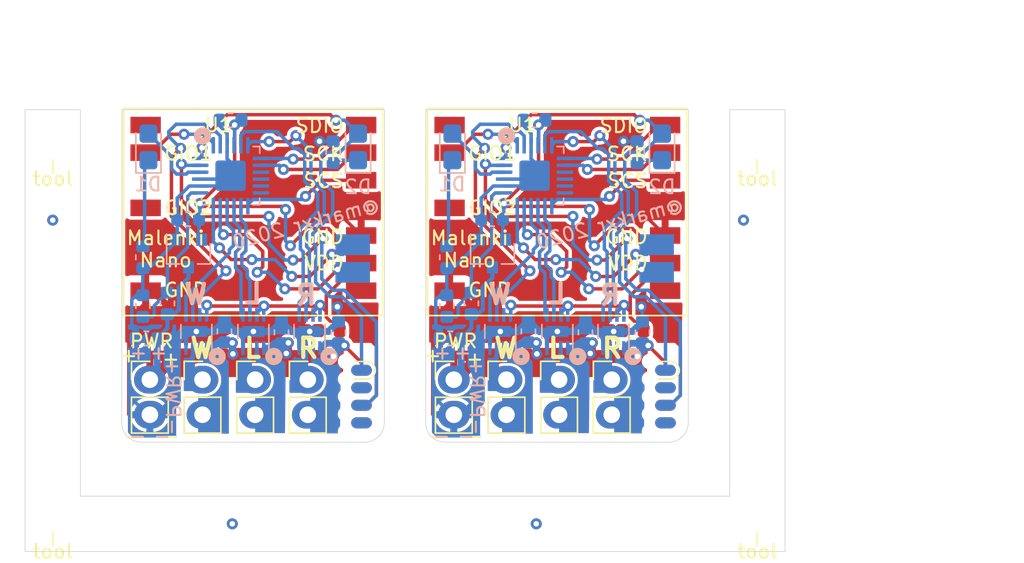
<source format=kicad_pcb>
(kicad_pcb (version 20200518) (host pcbnew "5.99.0-unknown-c8476d6~101~ubuntu18.04.1")
  (title_block (title "Malenki-nano2") (date "2019-11-07"))
  (layers (0 "F.Cu" signal) (31 "B.Cu" signal) (34 "B.Paste" user) (35 "F.Paste" user) (36 "B.SilkS" user) (37 "F.SilkS" user) (38 "B.Mask" user) (39 "F.Mask" user) (44 "Edge.Cuts" user))
  (net 0 "")
  (net 1 "GND")
  (net 2 "VBAT")
  (net 3 "BLINKY")
  (net 4 "Net-(D1-Pad1)")
  (net 5 "TXDEBUG")
  (net 6 "Net-(D2-Pad1)")
  (net 7 "UPDI")
  (net 8 "Net-(J5-Pad2)")
  (net 9 "Net-(J5-Pad1)")
  (net 10 "Net-(J6-Pad2)")
  (net 11 "Net-(J6-Pad1)")
  (net 12 "Net-(J7-Pad2)")
  (net 13 "Net-(J7-Pad1)")
  (net 14 "Net-(U1-Pad8)")
  (net 15 "Net-(U1-Pad1)")
  (net 16 "SPI_SCS")
  (net 17 "GIO1")
  (net 18 "SPI_SCK")
  (net 19 "SPI_SDIO")
  (net 20 "MOTOR1R")
  (net 21 "MOTOR2R")
  (net 22 "MOTOR2F")
  (net 23 "Net-(U3-Pad11)")
  (net 24 "Net-(U3-Pad10)")
  (net 25 "MOTOR3F")
  (net 26 "MOTOR3R")
  (net 27 "MOTOR1F")
  (net 28 "WEAPON2")
  (net 29 "Net-(U1-Pad4)")
  (net 30 "VSENSE")
  (net 31 "VLOGIC")
  (net 32 "WEAPON3")
  (net 33 "Net-(U3-Pad12)")
  (net 34 "Net-(U3-Pad9)")
  (net 35 "Net-(J2-Pad4)")
  (net 36 "Net-(J2-Pad5)")
  (net 37 "Net-(J2-Pad7)")
  (net 38 "Net-(J2-Pad2)")
  (module "misc:toolhole" (layer "F.Cu") (at 171 109)
    (fp_text reference "REF**" hide)
    (fp_text value "toolhole")
    (fp_text user "tool" (at 0 2 unlocked) (layer "F.SilkS"))
    (pad "" np_thru_hole circle (at 0 0) (size 1.152 1.152) (drill 1.152) (layers *.Cu *.Mask))
  )
  (module "misc:toolhole" (layer "F.Cu") (at 171 136)
    (fp_text reference "REF**" hide)
    (fp_text value "toolhole")
    (fp_text user "tool" (at 0 2 unlocked) (layer "F.SilkS"))
    (pad "" np_thru_hole circle (at 0 0) (size 1.152 1.152) (drill 1.152) (layers *.Cu *.Mask))
  )
  (module "misc:toolhole" (layer "F.Cu") (at 120 136)
    (fp_text reference "REF**" hide)
    (fp_text value "toolhole")
    (fp_text user "tool" (at 0 2 unlocked) (layer "F.SilkS"))
    (pad "" np_thru_hole circle (at 0 0) (size 1.152 1.152) (drill 1.152) (layers *.Cu *.Mask))
  )
  (module "misc:toolhole" (layer "F.Cu") (at 120 109)
    (fp_text reference "REF**" hide)
    (fp_text value "toolhole")
    (fp_text user "tool" (at 0 2 unlocked) (layer "F.SilkS"))
    (pad "" np_thru_hole circle (at 0 0) (size 1.152 1.152) (drill 1.152) (layers *.Cu *.Mask))
  )
  (module "malenki-nano:SOIC_clipProgSmall" (layer "F.Cu") (at 143.102 126.778 90)
    (fp_text reference "J2" hide)
    (fp_text value "Conn_01x08_Male" hide)
    (pad "" np_thru_hole circle (at 2.54 -1.905 90) (size 0.7 0.7) (drill 0.7) (layers *.Cu *.Mask))
    (pad "" np_thru_hole circle (at 1.27 -1.905 90) (size 0.7 0.7) (drill 0.7) (layers *.Cu *.Mask))
    (pad "" np_thru_hole circle (at 0 -1.905 90) (size 0.7 0.7) (drill 0.7) (layers *.Cu *.Mask))
    (pad "" np_thru_hole circle (at -1.27 -1.905 90) (size 0.7 0.7) (drill 0.7) (layers *.Cu *.Mask))
    (pad "" np_thru_hole circle (at -2.54 -1.905 90) (size 0.7 0.7) (drill 0.7) (layers *.Cu *.Mask))
    (pad "8" smd oval (at 1.905 -0.75 90) (size 0.8 1.5) (layers "B.Cu" "B.Mask") (net 5 "TXDEBUG"))
    (pad "7" smd oval (at 0.635 -0.75 90) (size 0.8 1.5) (layers "B.Cu" "B.Mask") (net 37 "Net-(J2-Pad7)"))
    (pad "6" smd oval (at -0.635 -0.75 90) (size 0.8 1.5) (layers "B.Cu" "B.Mask") (net 7 "UPDI"))
    (pad "1" smd oval (at 1.905 -0.75 90) (size 0.8 1.5) (layers "F.Cu" "F.Mask") (net 2 "VBAT"))
    (pad "2" smd oval (at 0.635 -0.75 90) (size 0.8 1.5) (layers "F.Cu" "F.Mask") (net 38 "Net-(J2-Pad2)"))
    (pad "3" smd oval (at -0.635 -0.75 90) (size 0.8 1.5) (layers "F.Cu" "F.Mask") (net 1 "GND"))
    (pad "4" smd oval (at -1.905 -0.75 90) (size 0.8 1.5) (layers "F.Cu" "F.Mask") (net 35 "Net-(J2-Pad4)"))
    (pad "5" smd oval (at -1.905 -0.75 90) (size 0.8 1.5) (layers "B.Cu" "B.Mask") (net 36 "Net-(J2-Pad5)"))
  )
  (module "malenki-nano:WSON-8-1EP_2x2mm_P0.5mm_HAND1" (layer "B.Cu") (at 138.589 122.0655 90)
    (fp_text reference "U7" hide)
    (fp_text value "DRV8837DSGR")
    (pad "6" smd rect (at 1.2 -0.25 90) (size 1 0.25) (layers "B.Cu" "B.Paste" "B.Mask") (net 25 "MOTOR3F"))
    (pad "5" smd rect (at 1.2 -0.75 90) (size 1 0.25) (layers "B.Cu" "B.Paste" "B.Mask") (net 26 "MOTOR3R"))
    (pad "4" smd rect (at -1.2 -0.75 90) (size 1 0.25) (layers "B.Cu" "B.Paste" "B.Mask") (net 1 "GND"))
    (pad "2" smd rect (at -1.2 0.25 90) (size 1 0.25) (layers "B.Cu" "B.Paste" "B.Mask") (net 12 "Net-(J7-Pad2)"))
    (pad "1" smd rect (at -1.2 0.75 90) (size 1 0.25) (layers "B.Cu" "B.Paste" "B.Mask") (net 2 "VBAT"))
    (pad "9" smd rect (at 0 0 90) (size 0.8 1.6) (layers "B.Cu" "B.Mask") (net 1 "GND"))
    (pad "8" smd rect (at 1.2 0.75 90) (size 1 0.25) (layers "B.Cu" "B.Paste" "B.Mask") (net 31 "VLOGIC"))
    (pad "7" smd rect (at 1.2 0.25 90) (size 1 0.25) (layers "B.Cu" "B.Paste" "B.Mask") (net 31 "VLOGIC"))
    (pad "3" smd rect (at -1.2 -0.25 90) (size 1 0.25) (layers "B.Cu" "B.Paste" "B.Mask") (net 13 "Net-(J7-Pad1)"))
  )
  (module "malenki-nano:WSON-8-1EP_2x2mm_P0.5mm_HAND1" (layer "B.Cu") (at 134.525 122.0655 90)
    (fp_text reference "U6" hide)
    (fp_text value "DRV8837DSGR")
    (pad "6" smd rect (at 1.2 -0.25 90) (size 1 0.25) (layers "B.Cu" "B.Paste" "B.Mask") (net 22 "MOTOR2F"))
    (pad "5" smd rect (at 1.2 -0.75 90) (size 1 0.25) (layers "B.Cu" "B.Paste" "B.Mask") (net 21 "MOTOR2R"))
    (pad "4" smd rect (at -1.2 -0.75 90) (size 1 0.25) (layers "B.Cu" "B.Paste" "B.Mask") (net 1 "GND"))
    (pad "2" smd rect (at -1.2 0.25 90) (size 1 0.25) (layers "B.Cu" "B.Paste" "B.Mask") (net 10 "Net-(J6-Pad2)"))
    (pad "1" smd rect (at -1.2 0.75 90) (size 1 0.25) (layers "B.Cu" "B.Paste" "B.Mask") (net 2 "VBAT"))
    (pad "9" smd rect (at 0 0 90) (size 0.8 1.6) (layers "B.Cu" "B.Mask") (net 1 "GND"))
    (pad "8" smd rect (at 1.2 0.75 90) (size 1 0.25) (layers "B.Cu" "B.Paste" "B.Mask") (net 31 "VLOGIC"))
    (pad "7" smd rect (at 1.2 0.25 90) (size 1 0.25) (layers "B.Cu" "B.Paste" "B.Mask") (net 31 "VLOGIC"))
    (pad "3" smd rect (at -1.2 -0.25 90) (size 1 0.25) (layers "B.Cu" "B.Paste" "B.Mask") (net 11 "Net-(J6-Pad1)"))
  )
  (module "malenki-nano:WSON-8-1EP_2x2mm_P0.5mm_HAND1" (layer "B.Cu") (at 130.3975 122.0655 90)
    (fp_text reference "U5" hide)
    (fp_text value "DRV8837DSGR")
    (pad "6" smd rect (at 1.2 -0.25 90) (size 1 0.25) (layers "B.Cu" "B.Paste" "B.Mask") (net 27 "MOTOR1F"))
    (pad "5" smd rect (at 1.2 -0.75 90) (size 1 0.25) (layers "B.Cu" "B.Paste" "B.Mask") (net 20 "MOTOR1R"))
    (pad "4" smd rect (at -1.2 -0.75 90) (size 1 0.25) (layers "B.Cu" "B.Paste" "B.Mask") (net 1 "GND"))
    (pad "2" smd rect (at -1.2 0.25 90) (size 1 0.25) (layers "B.Cu" "B.Paste" "B.Mask") (net 8 "Net-(J5-Pad2)"))
    (pad "1" smd rect (at -1.2 0.75 90) (size 1 0.25) (layers "B.Cu" "B.Paste" "B.Mask") (net 2 "VBAT"))
    (pad "9" smd rect (at 0 0 90) (size 0.8 1.6) (layers "B.Cu" "B.Mask") (net 1 "GND"))
    (pad "8" smd rect (at 1.2 0.75 90) (size 1 0.25) (layers "B.Cu" "B.Paste" "B.Mask") (net 31 "VLOGIC"))
    (pad "7" smd rect (at 1.2 0.25 90) (size 1 0.25) (layers "B.Cu" "B.Paste" "B.Mask") (net 31 "VLOGIC"))
    (pad "3" smd rect (at -1.2 -0.25 90) (size 1 0.25) (layers "B.Cu" "B.Paste" "B.Mask") (net 9 "Net-(J5-Pad1)"))
  )
  (module "malenki-nano:A7105-module" (layer "F.Cu") (at 134.525 113.112 -90)
    (fp_text reference "U1" (at -6 2.55) (layer "F.SilkS"))
    (fp_text value "A7105-MODULE")
    (fp_text user "GIO1" (at -3.95 4.7) (layer "F.SilkS"))
    (fp_text user "GIO2" (at 0 4.7) (layer "F.SilkS"))
    (fp_text user "GND" (at 5.95 4.914286) (layer "F.SilkS"))
    (fp_text user "GND" (at 2.1 -5.014285) (layer "F.SilkS"))
    (fp_text user "VDD" (at 4 -5.109523) (layer "F.SilkS"))
    (fp_text user "SCS" (at -1.95 -5.085714) (layer "F.SilkS"))
    (fp_text user "SCK" (at -3.9 -5.061904) (layer "F.SilkS"))
    (fp_text user "SDIO" (at -5.95 -4.8) (layer "F.SilkS"))
    (pad "8" smd rect (at 6 -7.8 270) (size 1.2 2.2) (layers "F.Cu" "F.Paste" "F.Mask") (net 14 "Net-(U1-Pad8)"))
    (pad "1" smd rect (at -6 7.8 270) (size 1.2 2.2) (layers "F.Cu" "F.Paste" "F.Mask") (net 15 "Net-(U1-Pad1)"))
    (pad "7" smd rect (at 6 7.8 270) (size 1.2 2.2) (layers "F.Cu" "F.Paste" "F.Mask") (net 1 "GND"))
    (pad "9" smd rect (at 4 -7.8 270) (size 1.2 2.2) (layers "F.Cu" "F.Paste" "F.Mask") (net 31 "VLOGIC"))
    (pad "10" smd rect (at 2 -7.8 270) (size 1.2 2.2) (layers "F.Cu" "F.Paste" "F.Mask") (net 1 "GND"))
    (pad "4" smd rect (at 0 7.8 270) (size 1.2 2.2) (layers "F.Cu" "F.Paste" "F.Mask") (net 29 "Net-(U1-Pad4)"))
    (pad "12" smd rect (at -2 -7.8 270) (size 1.2 2.2) (layers "F.Cu" "F.Paste" "F.Mask") (net 16 "SPI_SCS"))
    (pad "2" smd rect (at -4 7.8 270) (size 1.2 2.2) (layers "F.Cu" "F.Paste" "F.Mask") (net 17 "GIO1"))
    (pad "13" smd rect (at -4 -7.8 270) (size 1.2 2.2) (layers "F.Cu" "F.Paste" "F.Mask") (net 18 "SPI_SCK"))
    (pad "14" smd rect (at -6 -7.8 270) (size 1.2 2.2) (layers "F.Cu" "F.Paste" "F.Mask") (net 19 "SPI_SDIO"))
  )
  (module "Capacitor_SMD:C_0603_1608Metric" (layer "B.Cu") (at 140.6845 122.129 90)
    (fp_text reference "C7" hide)
    (fp_text value "10uF")
    (pad "2" smd roundrect (at 0.7875 0 90) (size 0.875 0.95) (layers "B.Cu" "B.Paste" "B.Mask") (net 1 "GND"))
    (pad "1" smd roundrect (at -0.7875 0 90) (size 0.875 0.95) (layers "B.Cu" "B.Paste" "B.Mask") (net 2 "VBAT"))
  )
  (module "Capacitor_SMD:C_0603_1608Metric" (layer "B.Cu") (at 136.557 122.129 90)
    (fp_text reference "C6" hide)
    (fp_text value "10uF")
    (pad "2" smd roundrect (at 0.7875 0 90) (size 0.875 0.95) (layers "B.Cu" "B.Paste" "B.Mask") (net 1 "GND"))
    (pad "1" smd roundrect (at -0.7875 0 90) (size 0.875 0.95) (layers "B.Cu" "B.Paste" "B.Mask") (net 2 "VBAT"))
  )
  (module "LED_SMD:LED_0805_2012Metric_Castellated" (layer "B.Cu") (at 142.102 108.695 90)
    (fp_text reference "D2" (at -2.893 0 180) (layer "B.SilkS") (effects (justify mirror)))
    (fp_text value "LED Red")
    (pad "2" smd roundrect (at 0.9625 0 90) (size 1.325 1.3) (layers "B.Cu" "B.Paste" "B.Mask") (roundrect_rratio 0.192308) (net 5 "TXDEBUG"))
    (pad "1" smd roundrect (at -0.9625 0 90) (size 1.325 1.3) (layers "B.Cu" "B.Paste" "B.Mask") (roundrect_rratio 0.192308) (net 6 "Net-(D2-Pad1)"))
  )
  (module "LED_SMD:LED_0805_2012Metric_Castellated" (layer "B.Cu") (at 126.929 108.695 90)
    (fp_text reference "D1" (at -2.7025 -0.032 180) (layer "B.SilkS") (effects (justify mirror)))
    (fp_text value "LED Blue")
    (pad "2" smd roundrect (at 0.9625 0 90) (size 1.325 1.3) (layers "B.Cu" "B.Paste" "B.Mask") (roundrect_rratio 0.192308) (net 3 "BLINKY"))
    (pad "1" smd roundrect (at -0.9625 0 90) (size 1.325 1.3) (layers "B.Cu" "B.Paste" "B.Mask") (roundrect_rratio 0.192308) (net 4 "Net-(D1-Pad1)"))
  )
  (module "Resistor_SMD:R_0603_1608Metric" (layer "B.Cu") (at 126.524 120.224 90)
    (fp_text reference "R4" hide)
    (fp_text value "10k")
    (pad "2" smd roundrect (at 0.7875 0 90) (size 0.875 0.95) (layers "B.Cu" "B.Paste" "B.Mask") (net 1 "GND"))
    (pad "1" smd roundrect (at -0.7875 0 90) (size 0.875 0.95) (layers "B.Cu" "B.Paste" "B.Mask") (net 30 "VSENSE"))
  )
  (module "Resistor_SMD:R_0603_1608Metric" (layer "B.Cu") (at 128.302 120.0335 90)
    (fp_text reference "R3" hide)
    (fp_text value "33k")
    (pad "2" smd roundrect (at 0.7875 0 90) (size 0.875 0.95) (layers "B.Cu" "B.Paste" "B.Mask") (net 30 "VSENSE"))
    (pad "1" smd roundrect (at -0.7875 0 90) (size 0.875 0.95) (layers "B.Cu" "B.Paste" "B.Mask") (net 2 "VBAT"))
  )
  (module "malenki-nano:wirepad_2" (layer "B.Cu") (at 141.713323 116.779 -90)
    (fp_text reference "J3" hide)
    (fp_text value "Conn_01x02")
    (pad "2" smd rect (at 1 0 270) (size 1.5 2.5) (layers "B.Cu" "B.Mask") (net 28 "WEAPON2"))
    (pad "1" smd rect (at -1 0 270) (size 1.5 2.5) (layers "B.Cu" "B.Mask") (net 32 "WEAPON3"))
  )
  (module "malenki-nano:qfn24-hand1" (layer "B.Cu") (at 132.874 110.778 -90)
    (fp_text reference "U3" hide)
    (fp_text value "ATtiny1617-M")
    (pad "24" smd roundrect (at -1.25 2.2 270) (size 0.25 1.2) (layers "B.Cu" "B.Paste" "B.Mask") (net 5 "TXDEBUG"))
    (pad "23" smd roundrect (at -0.75 2.2 270) (size 0.25 1.2) (layers "B.Cu" "B.Paste" "B.Mask") (net 7 "UPDI"))
    (pad "22" smd roundrect (at -0.25 2.2 270) (size 0.25 1.2) (layers "B.Cu" "B.Paste" "B.Mask") (net 3 "BLINKY"))
    (pad "21" smd roundrect (at 0.25 2.2 270) (size 0.25 1.2) (layers "B.Cu" "B.Paste" "B.Mask") (net 1 "GND"))
    (pad "20" smd roundrect (at 0.75 2.2 270) (size 0.25 1.2) (layers "B.Cu" "B.Paste" "B.Mask") (net 1 "GND"))
    (pad "19" smd roundrect (at 1.25 2.2 270) (size 0.25 1.2) (layers "B.Cu" "B.Paste" "B.Mask") (net 30 "VSENSE"))
    (pad "18" smd roundrect (at 2.2 1.25 270) (size 1.2 0.25) (layers "B.Cu" "B.Paste" "B.Mask") (net 32 "WEAPON3"))
    (pad "17" smd roundrect (at 2.2 0.75 270) (size 1.2 0.25) (layers "B.Cu" "B.Paste" "B.Mask") (net 28 "WEAPON2"))
    (pad "16" smd roundrect (at 2.2 0.25 270) (size 1.2 0.25) (layers "B.Cu" "B.Paste" "B.Mask") (net 20 "MOTOR1R"))
    (pad "15" smd roundrect (at 2.2 -0.25 270) (size 1.2 0.25) (layers "B.Cu" "B.Paste" "B.Mask") (net 21 "MOTOR2R"))
    (pad "14" smd roundrect (at 2.2 -0.75 270) (size 1.2 0.25) (layers "B.Cu" "B.Paste" "B.Mask") (net 22 "MOTOR2F"))
    (pad "13" smd roundrect (at 2.2 -1.25 270) (size 1.2 0.25) (layers "B.Cu" "B.Paste" "B.Mask") (net 16 "SPI_SCS"))
    (pad "12" smd roundrect (at 1.25 -2.2 270) (size 0.25 1.2) (layers "B.Cu" "B.Paste" "B.Mask") (net 33 "Net-(U3-Pad12)"))
    (pad "11" smd roundrect (at 0.75 -2.2 270) (size 0.25 1.2) (layers "B.Cu" "B.Paste" "B.Mask") (net 23 "Net-(U3-Pad11)"))
    (pad "10" smd roundrect (at 0.25 -2.2 270) (size 0.25 1.2) (layers "B.Cu" "B.Paste" "B.Mask") (net 24 "Net-(U3-Pad10)"))
    (pad "9" smd roundrect (at -0.25 -2.2 270) (size 0.25 1.2) (layers "B.Cu" "B.Paste" "B.Mask") (net 34 "Net-(U3-Pad9)"))
    (pad "8" smd roundrect (at -0.75 -2.2 270) (size 0.25 1.2) (layers "B.Cu" "B.Paste" "B.Mask") (net 18 "SPI_SCK"))
    (pad "7" smd roundrect (at -1.25 -2.2 270) (size 0.25 1.2) (layers "B.Cu" "B.Paste" "B.Mask") (net 19 "SPI_SDIO"))
    (pad "6" smd roundrect (at -2.2 -1.25 270) (size 1.2 0.25) (layers "B.Cu" "B.Paste" "B.Mask") (net 25 "MOTOR3F"))
    (pad "5" smd roundrect (at -2.2 -0.75 270) (size 1.2 0.25) (layers "B.Cu" "B.Paste" "B.Mask") (net 26 "MOTOR3R"))
    (pad "4" smd roundrect (at -2.2 -0.25 270) (size 1.2 0.25) (layers "B.Cu" "B.Paste" "B.Mask") (net 31 "VLOGIC"))
    (pad "3" smd roundrect (at -2.2 0.25 270) (size 1.2 0.25) (layers "B.Cu" "B.Paste" "B.Mask") (net 1 "GND"))
    (pad "2" smd roundrect (at -2.2 0.75 270) (size 1.2 0.25) (layers "B.Cu" "B.Paste" "B.Mask") (net 27 "MOTOR1F"))
    (pad "1" smd roundrect (at -2.2 1.25 270) (size 1.2 0.25) (layers "B.Cu" "B.Paste" "B.Mask") (net 17 "GIO1"))
    (pad "25" smd roundrect (at 0 0 270) (size 2.2 2.2) (layers "B.Cu" "B.Mask") (roundrect_rratio 0.096) (net 1 "GND"))
  )
  (module "Package_TO_SOT_SMD:SOT-23" (layer "B.Cu") (at 129.826 116.414 -90)
    (fp_text reference "U2" hide)
    (fp_text value "AIC1734-33GUTR")
    (pad "3" smd rect (at 1 0 270) (size 0.9 0.8) (layers "B.Cu" "B.Paste" "B.Mask") (net 2 "VBAT"))
    (pad "2" smd rect (at -1 -0.95 270) (size 0.9 0.8) (layers "B.Cu" "B.Paste" "B.Mask") (net 31 "VLOGIC"))
    (pad "1" smd rect (at -1 0.95 270) (size 0.9 0.8) (layers "B.Cu" "B.Paste" "B.Mask") (net 1 "GND"))
  )
  (module "Resistor_SMD:R_0603_1608Metric" (layer "B.Cu") (at 140.302 109.078 90)
    (fp_text reference "R2" hide)
    (fp_text value "220R")
    (pad "2" smd roundrect (at 0.7875 0 90) (size 0.875 0.95) (layers "B.Cu" "B.Paste" "B.Mask") (net 1 "GND"))
    (pad "1" smd roundrect (at -0.7875 0 90) (size 0.875 0.95) (layers "B.Cu" "B.Paste" "B.Mask") (net 6 "Net-(D2-Pad1)"))
  )
  (module "Resistor_SMD:R_0603_1608Metric" (layer "B.Cu") (at 126.524 116.6935 -90)
    (fp_text reference "R1" hide)
    (fp_text value "220R")
    (pad "2" smd roundrect (at 0.7875 0 270) (size 0.875 0.95) (layers "B.Cu" "B.Paste" "B.Mask") (net 1 "GND"))
    (pad "1" smd roundrect (at -0.7875 0 270) (size 0.875 0.95) (layers "B.Cu" "B.Paste" "B.Mask") (net 4 "Net-(D1-Pad1)"))
  )
  (module "malenki-nano:PinHeader_1x02_P2.54mm_BIG1" (layer "F.Cu") (at 138.462 125.558)
    (fp_text reference "J7" hide)
    (fp_text value "Conn_01x02_Male")
    (pad "2" thru_hole oval (at 0 2.54) (size 2.3 2) (drill 1.2) (layers *.Cu *.Mask) (net 12 "Net-(J7-Pad2)"))
    (pad "1" thru_hole oval (at 0 0) (size 2.3 2) (drill 1.2) (layers *.Cu *.Mask) (net 13 "Net-(J7-Pad1)"))
  )
  (module "malenki-nano:PinHeader_1x02_P2.54mm_BIG1" (layer "F.Cu") (at 134.652 125.558)
    (fp_text reference "J6" hide)
    (fp_text value "Conn_01x02_Male")
    (pad "2" thru_hole oval (at 0 2.54) (size 2.3 2) (drill 1.2) (layers *.Cu *.Mask) (net 10 "Net-(J6-Pad2)"))
    (pad "1" thru_hole oval (at 0 0) (size 2.3 2) (drill 1.2) (layers *.Cu *.Mask) (net 11 "Net-(J6-Pad1)"))
  )
  (module "malenki-nano:PinHeader_1x02_P2.54mm_BIG1" (layer "F.Cu") (at 130.842 125.558)
    (fp_text reference "J5" hide)
    (fp_text value "Conn_01x02_Male")
    (pad "2" thru_hole oval (at 0 2.54) (size 2.3 2) (drill 1.2) (layers *.Cu *.Mask) (net 8 "Net-(J5-Pad2)"))
    (pad "1" thru_hole oval (at 0 0) (size 2.3 2) (drill 1.2) (layers *.Cu *.Mask) (net 9 "Net-(J5-Pad1)"))
  )
  (module "malenki-nano:PinHeader_1x02_P2.54mm_BIG1" (layer "F.Cu") (at 127.032 125.558)
    (fp_text reference "J1" hide)
    (fp_text value "Conn_01x02_Male")
    (pad "2" thru_hole oval (at 0 2.54) (size 2.3 2) (drill 1.2) (layers *.Cu *.Mask) (net 1 "GND"))
    (pad "1" thru_hole oval (at 0 0) (size 2.3 2) (drill 1.2) (layers *.Cu *.Mask) (net 2 "VBAT"))
  )
  (module "Capacitor_SMD:C_0603_1608Metric" (layer "B.Cu") (at 132.4295 122.0655 90)
    (fp_text reference "C5" hide)
    (fp_text value "10uF")
    (pad "2" smd roundrect (at 0.7875 0 90) (size 0.875 0.95) (layers "B.Cu" "B.Paste" "B.Mask") (net 1 "GND"))
    (pad "1" smd roundrect (at -0.7875 0 90) (size 0.875 0.95) (layers "B.Cu" "B.Paste" "B.Mask") (net 2 "VBAT"))
  )
  (module "Capacitor_SMD:C_0603_1608Metric" (layer "B.Cu") (at 132.874 106.762 180)
    (fp_text reference "C4" hide)
    (fp_text value "0.1uF")
    (pad "2" smd roundrect (at 0.7875 0 180) (size 0.875 0.95) (layers "B.Cu" "B.Paste" "B.Mask") (net 1 "GND"))
    (pad "1" smd roundrect (at -0.7875 0 180) (size 0.875 0.95) (layers "B.Cu" "B.Paste" "B.Mask") (net 31 "VLOGIC"))
  )
  (module "Capacitor_SMD:C_0603_1608Metric" (layer "B.Cu") (at 129.8005 113.9248 180)
    (fp_text reference "C3" hide)
    (fp_text value "10uF")
    (pad "2" smd roundrect (at 0.7875 0 180) (size 0.875 0.95) (layers "B.Cu" "B.Paste" "B.Mask") (net 1 "GND"))
    (pad "1" smd roundrect (at -0.7875 0 180) (size 0.875 0.95) (layers "B.Cu" "B.Paste" "B.Mask") (net 31 "VLOGIC"))
  )
  (module "Capacitor_SMD:C_0603_1608Metric" (layer "B.Cu") (at 126.778 122.5735 180)
    (fp_text reference "C2" hide)
    (fp_text value "10uF")
    (pad "2" smd roundrect (at 0.7875 0 180) (size 0.875 0.95) (layers "B.Cu" "B.Paste" "B.Mask") (net 1 "GND"))
    (pad "1" smd roundrect (at -0.7875 0 180) (size 0.875 0.95) (layers "B.Cu" "B.Paste" "B.Mask") (net 2 "VBAT"))
  )
  (module "Capacitor_SMD:C_0603_1608Metric" (layer "F.Cu") (at 139.986 122.002 180)
    (fp_text reference "C1" hide)
    (fp_text value "0.1uF")
    (pad "2" smd roundrect (at 0.7875 0 180) (size 0.875 0.95) (layers "F.Cu" "F.Paste" "F.Mask") (net 1 "GND"))
    (pad "1" smd roundrect (at -0.7875 0 180) (size 0.875 0.95) (layers "F.Cu" "F.Paste" "F.Mask") (net 31 "VLOGIC"))
  )
  (module "malenki-nano:SOIC_clipProgSmall" (layer "F.Cu") (at 165.102 126.778 90)
    (fp_text reference "J2" hide)
    (fp_text value "Conn_01x08_Male" hide)
    (pad "" np_thru_hole circle (at 2.54 -1.905 90) (size 0.7 0.7) (drill 0.7) (layers *.Cu *.Mask))
    (pad "" np_thru_hole circle (at 1.27 -1.905 90) (size 0.7 0.7) (drill 0.7) (layers *.Cu *.Mask))
    (pad "" np_thru_hole circle (at 0 -1.905 90) (size 0.7 0.7) (drill 0.7) (layers *.Cu *.Mask))
    (pad "" np_thru_hole circle (at -1.27 -1.905 90) (size 0.7 0.7) (drill 0.7) (layers *.Cu *.Mask))
    (pad "" np_thru_hole circle (at -2.54 -1.905 90) (size 0.7 0.7) (drill 0.7) (layers *.Cu *.Mask))
    (pad "8" smd oval (at 1.905 -0.75 90) (size 0.8 1.5) (layers "B.Cu" "B.Mask") (net 5 "TXDEBUG"))
    (pad "7" smd oval (at 0.635 -0.75 90) (size 0.8 1.5) (layers "B.Cu" "B.Mask") (net 37 "Net-(J2-Pad7)"))
    (pad "6" smd oval (at -0.635 -0.75 90) (size 0.8 1.5) (layers "B.Cu" "B.Mask") (net 7 "UPDI"))
    (pad "1" smd oval (at 1.905 -0.75 90) (size 0.8 1.5) (layers "F.Cu" "F.Mask") (net 2 "VBAT"))
    (pad "2" smd oval (at 0.635 -0.75 90) (size 0.8 1.5) (layers "F.Cu" "F.Mask") (net 38 "Net-(J2-Pad2)"))
    (pad "3" smd oval (at -0.635 -0.75 90) (size 0.8 1.5) (layers "F.Cu" "F.Mask") (net 1 "GND"))
    (pad "4" smd oval (at -1.905 -0.75 90) (size 0.8 1.5) (layers "F.Cu" "F.Mask") (net 35 "Net-(J2-Pad4)"))
    (pad "5" smd oval (at -1.905 -0.75 90) (size 0.8 1.5) (layers "B.Cu" "B.Mask") (net 36 "Net-(J2-Pad5)"))
  )
  (module "malenki-nano:WSON-8-1EP_2x2mm_P0.5mm_HAND1" (layer "B.Cu") (at 160.589 122.0655 90)
    (fp_text reference "U7" hide)
    (fp_text value "DRV8837DSGR")
    (pad "6" smd rect (at 1.2 -0.25 90) (size 1 0.25) (layers "B.Cu" "B.Paste" "B.Mask") (net 25 "MOTOR3F"))
    (pad "5" smd rect (at 1.2 -0.75 90) (size 1 0.25) (layers "B.Cu" "B.Paste" "B.Mask") (net 26 "MOTOR3R"))
    (pad "4" smd rect (at -1.2 -0.75 90) (size 1 0.25) (layers "B.Cu" "B.Paste" "B.Mask") (net 1 "GND"))
    (pad "2" smd rect (at -1.2 0.25 90) (size 1 0.25) (layers "B.Cu" "B.Paste" "B.Mask") (net 12 "Net-(J7-Pad2)"))
    (pad "1" smd rect (at -1.2 0.75 90) (size 1 0.25) (layers "B.Cu" "B.Paste" "B.Mask") (net 2 "VBAT"))
    (pad "9" smd rect (at 0 0 90) (size 0.8 1.6) (layers "B.Cu" "B.Mask") (net 1 "GND"))
    (pad "8" smd rect (at 1.2 0.75 90) (size 1 0.25) (layers "B.Cu" "B.Paste" "B.Mask") (net 31 "VLOGIC"))
    (pad "7" smd rect (at 1.2 0.25 90) (size 1 0.25) (layers "B.Cu" "B.Paste" "B.Mask") (net 31 "VLOGIC"))
    (pad "3" smd rect (at -1.2 -0.25 90) (size 1 0.25) (layers "B.Cu" "B.Paste" "B.Mask") (net 13 "Net-(J7-Pad1)"))
  )
  (module "malenki-nano:WSON-8-1EP_2x2mm_P0.5mm_HAND1" (layer "B.Cu") (at 156.525 122.0655 90)
    (fp_text reference "U6" hide)
    (fp_text value "DRV8837DSGR")
    (pad "6" smd rect (at 1.2 -0.25 90) (size 1 0.25) (layers "B.Cu" "B.Paste" "B.Mask") (net 22 "MOTOR2F"))
    (pad "5" smd rect (at 1.2 -0.75 90) (size 1 0.25) (layers "B.Cu" "B.Paste" "B.Mask") (net 21 "MOTOR2R"))
    (pad "4" smd rect (at -1.2 -0.75 90) (size 1 0.25) (layers "B.Cu" "B.Paste" "B.Mask") (net 1 "GND"))
    (pad "2" smd rect (at -1.2 0.25 90) (size 1 0.25) (layers "B.Cu" "B.Paste" "B.Mask") (net 10 "Net-(J6-Pad2)"))
    (pad "1" smd rect (at -1.2 0.75 90) (size 1 0.25) (layers "B.Cu" "B.Paste" "B.Mask") (net 2 "VBAT"))
    (pad "9" smd rect (at 0 0 90) (size 0.8 1.6) (layers "B.Cu" "B.Mask") (net 1 "GND"))
    (pad "8" smd rect (at 1.2 0.75 90) (size 1 0.25) (layers "B.Cu" "B.Paste" "B.Mask") (net 31 "VLOGIC"))
    (pad "7" smd rect (at 1.2 0.25 90) (size 1 0.25) (layers "B.Cu" "B.Paste" "B.Mask") (net 31 "VLOGIC"))
    (pad "3" smd rect (at -1.2 -0.25 90) (size 1 0.25) (layers "B.Cu" "B.Paste" "B.Mask") (net 11 "Net-(J6-Pad1)"))
  )
  (module "malenki-nano:WSON-8-1EP_2x2mm_P0.5mm_HAND1" (layer "B.Cu") (at 152.3975 122.0655 90)
    (fp_text reference "U5" hide)
    (fp_text value "DRV8837DSGR")
    (pad "6" smd rect (at 1.2 -0.25 90) (size 1 0.25) (layers "B.Cu" "B.Paste" "B.Mask") (net 27 "MOTOR1F"))
    (pad "5" smd rect (at 1.2 -0.75 90) (size 1 0.25) (layers "B.Cu" "B.Paste" "B.Mask") (net 20 "MOTOR1R"))
    (pad "4" smd rect (at -1.2 -0.75 90) (size 1 0.25) (layers "B.Cu" "B.Paste" "B.Mask") (net 1 "GND"))
    (pad "2" smd rect (at -1.2 0.25 90) (size 1 0.25) (layers "B.Cu" "B.Paste" "B.Mask") (net 8 "Net-(J5-Pad2)"))
    (pad "1" smd rect (at -1.2 0.75 90) (size 1 0.25) (layers "B.Cu" "B.Paste" "B.Mask") (net 2 "VBAT"))
    (pad "9" smd rect (at 0 0 90) (size 0.8 1.6) (layers "B.Cu" "B.Mask") (net 1 "GND"))
    (pad "8" smd rect (at 1.2 0.75 90) (size 1 0.25) (layers "B.Cu" "B.Paste" "B.Mask") (net 31 "VLOGIC"))
    (pad "7" smd rect (at 1.2 0.25 90) (size 1 0.25) (layers "B.Cu" "B.Paste" "B.Mask") (net 31 "VLOGIC"))
    (pad "3" smd rect (at -1.2 -0.25 90) (size 1 0.25) (layers "B.Cu" "B.Paste" "B.Mask") (net 9 "Net-(J5-Pad1)"))
  )
  (module "malenki-nano:A7105-module" (layer "F.Cu") (at 156.525 113.112 -90)
    (fp_text reference "U1" (at -6 2.55) (layer "F.SilkS"))
    (fp_text value "A7105-MODULE")
    (fp_text user "GIO1" (at -3.95 4.7) (layer "F.SilkS"))
    (fp_text user "GIO2" (at 0 4.7) (layer "F.SilkS"))
    (fp_text user "GND" (at 5.95 4.914286) (layer "F.SilkS"))
    (fp_text user "GND" (at 2.1 -5.014285) (layer "F.SilkS"))
    (fp_text user "VDD" (at 4 -5.109523) (layer "F.SilkS"))
    (fp_text user "SCS" (at -1.95 -5.085714) (layer "F.SilkS"))
    (fp_text user "SCK" (at -3.9 -5.061904) (layer "F.SilkS"))
    (fp_text user "SDIO" (at -5.95 -4.8) (layer "F.SilkS"))
    (pad "8" smd rect (at 6 -7.8 270) (size 1.2 2.2) (layers "F.Cu" "F.Paste" "F.Mask") (net 14 "Net-(U1-Pad8)"))
    (pad "1" smd rect (at -6 7.8 270) (size 1.2 2.2) (layers "F.Cu" "F.Paste" "F.Mask") (net 15 "Net-(U1-Pad1)"))
    (pad "7" smd rect (at 6 7.8 270) (size 1.2 2.2) (layers "F.Cu" "F.Paste" "F.Mask") (net 1 "GND"))
    (pad "9" smd rect (at 4 -7.8 270) (size 1.2 2.2) (layers "F.Cu" "F.Paste" "F.Mask") (net 31 "VLOGIC"))
    (pad "10" smd rect (at 2 -7.8 270) (size 1.2 2.2) (layers "F.Cu" "F.Paste" "F.Mask") (net 1 "GND"))
    (pad "4" smd rect (at 0 7.8 270) (size 1.2 2.2) (layers "F.Cu" "F.Paste" "F.Mask") (net 29 "Net-(U1-Pad4)"))
    (pad "12" smd rect (at -2 -7.8 270) (size 1.2 2.2) (layers "F.Cu" "F.Paste" "F.Mask") (net 16 "SPI_SCS"))
    (pad "2" smd rect (at -4 7.8 270) (size 1.2 2.2) (layers "F.Cu" "F.Paste" "F.Mask") (net 17 "GIO1"))
    (pad "13" smd rect (at -4 -7.8 270) (size 1.2 2.2) (layers "F.Cu" "F.Paste" "F.Mask") (net 18 "SPI_SCK"))
    (pad "14" smd rect (at -6 -7.8 270) (size 1.2 2.2) (layers "F.Cu" "F.Paste" "F.Mask") (net 19 "SPI_SDIO"))
  )
  (module "Capacitor_SMD:C_0603_1608Metric" (layer "B.Cu") (at 162.6845 122.129 90)
    (fp_text reference "C7" hide)
    (fp_text value "10uF")
    (pad "2" smd roundrect (at 0.7875 0 90) (size 0.875 0.95) (layers "B.Cu" "B.Paste" "B.Mask") (net 1 "GND"))
    (pad "1" smd roundrect (at -0.7875 0 90) (size 0.875 0.95) (layers "B.Cu" "B.Paste" "B.Mask") (net 2 "VBAT"))
  )
  (module "Capacitor_SMD:C_0603_1608Metric" (layer "B.Cu") (at 158.557 122.129 90)
    (fp_text reference "C6" hide)
    (fp_text value "10uF")
    (pad "2" smd roundrect (at 0.7875 0 90) (size 0.875 0.95) (layers "B.Cu" "B.Paste" "B.Mask") (net 1 "GND"))
    (pad "1" smd roundrect (at -0.7875 0 90) (size 0.875 0.95) (layers "B.Cu" "B.Paste" "B.Mask") (net 2 "VBAT"))
  )
  (module "LED_SMD:LED_0805_2012Metric_Castellated" (layer "B.Cu") (at 164.102 108.695 90)
    (fp_text reference "D2" (at -2.893 0 180) (layer "B.SilkS") (effects (justify mirror)))
    (fp_text value "LED Red")
    (pad "2" smd roundrect (at 0.9625 0 90) (size 1.325 1.3) (layers "B.Cu" "B.Paste" "B.Mask") (roundrect_rratio 0.192308) (net 5 "TXDEBUG"))
    (pad "1" smd roundrect (at -0.9625 0 90) (size 1.325 1.3) (layers "B.Cu" "B.Paste" "B.Mask") (roundrect_rratio 0.192308) (net 6 "Net-(D2-Pad1)"))
  )
  (module "LED_SMD:LED_0805_2012Metric_Castellated" (layer "B.Cu") (at 148.929 108.695 90)
    (fp_text reference "D1" (at -2.7025 -0.032 180) (layer "B.SilkS") (effects (justify mirror)))
    (fp_text value "LED Blue")
    (pad "2" smd roundrect (at 0.9625 0 90) (size 1.325 1.3) (layers "B.Cu" "B.Paste" "B.Mask") (roundrect_rratio 0.192308) (net 3 "BLINKY"))
    (pad "1" smd roundrect (at -0.9625 0 90) (size 1.325 1.3) (layers "B.Cu" "B.Paste" "B.Mask") (roundrect_rratio 0.192308) (net 4 "Net-(D1-Pad1)"))
  )
  (module "Resistor_SMD:R_0603_1608Metric" (layer "B.Cu") (at 148.524 120.224 90)
    (fp_text reference "R4" hide)
    (fp_text value "10k")
    (pad "2" smd roundrect (at 0.7875 0 90) (size 0.875 0.95) (layers "B.Cu" "B.Paste" "B.Mask") (net 1 "GND"))
    (pad "1" smd roundrect (at -0.7875 0 90) (size 0.875 0.95) (layers "B.Cu" "B.Paste" "B.Mask") (net 30 "VSENSE"))
  )
  (module "Resistor_SMD:R_0603_1608Metric" (layer "B.Cu") (at 150.302 120.0335 90)
    (fp_text reference "R3" hide)
    (fp_text value "33k")
    (pad "2" smd roundrect (at 0.7875 0 90) (size 0.875 0.95) (layers "B.Cu" "B.Paste" "B.Mask") (net 30 "VSENSE"))
    (pad "1" smd roundrect (at -0.7875 0 90) (size 0.875 0.95) (layers "B.Cu" "B.Paste" "B.Mask") (net 2 "VBAT"))
  )
  (module "malenki-nano:wirepad_2" (layer "B.Cu") (at 163.713323 116.779 -90)
    (fp_text reference "J3" hide)
    (fp_text value "Conn_01x02")
    (pad "2" smd rect (at 1 0 270) (size 1.5 2.5) (layers "B.Cu" "B.Mask") (net 28 "WEAPON2"))
    (pad "1" smd rect (at -1 0 270) (size 1.5 2.5) (layers "B.Cu" "B.Mask") (net 32 "WEAPON3"))
  )
  (module "malenki-nano:qfn24-hand1" (layer "B.Cu") (at 154.874 110.778 -90)
    (fp_text reference "U3" hide)
    (fp_text value "ATtiny1617-M")
    (pad "24" smd roundrect (at -1.25 2.2 270) (size 0.25 1.2) (layers "B.Cu" "B.Paste" "B.Mask") (net 5 "TXDEBUG"))
    (pad "23" smd roundrect (at -0.75 2.2 270) (size 0.25 1.2) (layers "B.Cu" "B.Paste" "B.Mask") (net 7 "UPDI"))
    (pad "22" smd roundrect (at -0.25 2.2 270) (size 0.25 1.2) (layers "B.Cu" "B.Paste" "B.Mask") (net 3 "BLINKY"))
    (pad "21" smd roundrect (at 0.25 2.2 270) (size 0.25 1.2) (layers "B.Cu" "B.Paste" "B.Mask") (net 1 "GND"))
    (pad "20" smd roundrect (at 0.75 2.2 270) (size 0.25 1.2) (layers "B.Cu" "B.Paste" "B.Mask") (net 1 "GND"))
    (pad "19" smd roundrect (at 1.25 2.2 270) (size 0.25 1.2) (layers "B.Cu" "B.Paste" "B.Mask") (net 30 "VSENSE"))
    (pad "18" smd roundrect (at 2.2 1.25 270) (size 1.2 0.25) (layers "B.Cu" "B.Paste" "B.Mask") (net 32 "WEAPON3"))
    (pad "17" smd roundrect (at 2.2 0.75 270) (size 1.2 0.25) (layers "B.Cu" "B.Paste" "B.Mask") (net 28 "WEAPON2"))
    (pad "16" smd roundrect (at 2.2 0.25 270) (size 1.2 0.25) (layers "B.Cu" "B.Paste" "B.Mask") (net 20 "MOTOR1R"))
    (pad "15" smd roundrect (at 2.2 -0.25 270) (size 1.2 0.25) (layers "B.Cu" "B.Paste" "B.Mask") (net 21 "MOTOR2R"))
    (pad "14" smd roundrect (at 2.2 -0.75 270) (size 1.2 0.25) (layers "B.Cu" "B.Paste" "B.Mask") (net 22 "MOTOR2F"))
    (pad "13" smd roundrect (at 2.2 -1.25 270) (size 1.2 0.25) (layers "B.Cu" "B.Paste" "B.Mask") (net 16 "SPI_SCS"))
    (pad "12" smd roundrect (at 1.25 -2.2 270) (size 0.25 1.2) (layers "B.Cu" "B.Paste" "B.Mask") (net 33 "Net-(U3-Pad12)"))
    (pad "11" smd roundrect (at 0.75 -2.2 270) (size 0.25 1.2) (layers "B.Cu" "B.Paste" "B.Mask") (net 23 "Net-(U3-Pad11)"))
    (pad "10" smd roundrect (at 0.25 -2.2 270) (size 0.25 1.2) (layers "B.Cu" "B.Paste" "B.Mask") (net 24 "Net-(U3-Pad10)"))
    (pad "9" smd roundrect (at -0.25 -2.2 270) (size 0.25 1.2) (layers "B.Cu" "B.Paste" "B.Mask") (net 34 "Net-(U3-Pad9)"))
    (pad "8" smd roundrect (at -0.75 -2.2 270) (size 0.25 1.2) (layers "B.Cu" "B.Paste" "B.Mask") (net 18 "SPI_SCK"))
    (pad "7" smd roundrect (at -1.25 -2.2 270) (size 0.25 1.2) (layers "B.Cu" "B.Paste" "B.Mask") (net 19 "SPI_SDIO"))
    (pad "6" smd roundrect (at -2.2 -1.25 270) (size 1.2 0.25) (layers "B.Cu" "B.Paste" "B.Mask") (net 25 "MOTOR3F"))
    (pad "5" smd roundrect (at -2.2 -0.75 270) (size 1.2 0.25) (layers "B.Cu" "B.Paste" "B.Mask") (net 26 "MOTOR3R"))
    (pad "4" smd roundrect (at -2.2 -0.25 270) (size 1.2 0.25) (layers "B.Cu" "B.Paste" "B.Mask") (net 31 "VLOGIC"))
    (pad "3" smd roundrect (at -2.2 0.25 270) (size 1.2 0.25) (layers "B.Cu" "B.Paste" "B.Mask") (net 1 "GND"))
    (pad "2" smd roundrect (at -2.2 0.75 270) (size 1.2 0.25) (layers "B.Cu" "B.Paste" "B.Mask") (net 27 "MOTOR1F"))
    (pad "1" smd roundrect (at -2.2 1.25 270) (size 1.2 0.25) (layers "B.Cu" "B.Paste" "B.Mask") (net 17 "GIO1"))
    (pad "25" smd roundrect (at 0 0 270) (size 2.2 2.2) (layers "B.Cu" "B.Mask") (roundrect_rratio 0.096) (net 1 "GND"))
  )
  (module "Package_TO_SOT_SMD:SOT-23" (layer "B.Cu") (at 151.826 116.414 -90)
    (fp_text reference "U2" hide)
    (fp_text value "AIC1734-33GUTR")
    (pad "3" smd rect (at 1 0 270) (size 0.9 0.8) (layers "B.Cu" "B.Paste" "B.Mask") (net 2 "VBAT"))
    (pad "2" smd rect (at -1 -0.95 270) (size 0.9 0.8) (layers "B.Cu" "B.Paste" "B.Mask") (net 31 "VLOGIC"))
    (pad "1" smd rect (at -1 0.95 270) (size 0.9 0.8) (layers "B.Cu" "B.Paste" "B.Mask") (net 1 "GND"))
  )
  (module "Resistor_SMD:R_0603_1608Metric" (layer "B.Cu") (at 162.302 109.078 90)
    (fp_text reference "R2" hide)
    (fp_text value "220R")
    (pad "2" smd roundrect (at 0.7875 0 90) (size 0.875 0.95) (layers "B.Cu" "B.Paste" "B.Mask") (net 1 "GND"))
    (pad "1" smd roundrect (at -0.7875 0 90) (size 0.875 0.95) (layers "B.Cu" "B.Paste" "B.Mask") (net 6 "Net-(D2-Pad1)"))
  )
  (module "Resistor_SMD:R_0603_1608Metric" (layer "B.Cu") (at 148.524 116.6935 -90)
    (fp_text reference "R1" hide)
    (fp_text value "220R")
    (pad "2" smd roundrect (at 0.7875 0 270) (size 0.875 0.95) (layers "B.Cu" "B.Paste" "B.Mask") (net 1 "GND"))
    (pad "1" smd roundrect (at -0.7875 0 270) (size 0.875 0.95) (layers "B.Cu" "B.Paste" "B.Mask") (net 4 "Net-(D1-Pad1)"))
  )
  (module "malenki-nano:PinHeader_1x02_P2.54mm_BIG1" (layer "F.Cu") (at 160.462 125.558)
    (fp_text reference "J7" hide)
    (fp_text value "Conn_01x02_Male")
    (pad "2" thru_hole oval (at 0 2.54) (size 2.3 2) (drill 1.2) (layers *.Cu *.Mask) (net 12 "Net-(J7-Pad2)"))
    (pad "1" thru_hole oval (at 0 0) (size 2.3 2) (drill 1.2) (layers *.Cu *.Mask) (net 13 "Net-(J7-Pad1)"))
  )
  (module "malenki-nano:PinHeader_1x02_P2.54mm_BIG1" (layer "F.Cu") (at 156.652 125.558)
    (fp_text reference "J6" hide)
    (fp_text value "Conn_01x02_Male")
    (pad "2" thru_hole oval (at 0 2.54) (size 2.3 2) (drill 1.2) (layers *.Cu *.Mask) (net 10 "Net-(J6-Pad2)"))
    (pad "1" thru_hole oval (at 0 0) (size 2.3 2) (drill 1.2) (layers *.Cu *.Mask) (net 11 "Net-(J6-Pad1)"))
  )
  (module "malenki-nano:PinHeader_1x02_P2.54mm_BIG1" (layer "F.Cu") (at 152.842 125.558)
    (fp_text reference "J5" hide)
    (fp_text value "Conn_01x02_Male")
    (pad "2" thru_hole oval (at 0 2.54) (size 2.3 2) (drill 1.2) (layers *.Cu *.Mask) (net 8 "Net-(J5-Pad2)"))
    (pad "1" thru_hole oval (at 0 0) (size 2.3 2) (drill 1.2) (layers *.Cu *.Mask) (net 9 "Net-(J5-Pad1)"))
  )
  (module "malenki-nano:PinHeader_1x02_P2.54mm_BIG1" (layer "F.Cu") (at 149.032 125.558)
    (fp_text reference "J1" hide)
    (fp_text value "Conn_01x02_Male")
    (pad "2" thru_hole oval (at 0 2.54) (size 2.3 2) (drill 1.2) (layers *.Cu *.Mask) (net 1 "GND"))
    (pad "1" thru_hole oval (at 0 0) (size 2.3 2) (drill 1.2) (layers *.Cu *.Mask) (net 2 "VBAT"))
  )
  (module "Capacitor_SMD:C_0603_1608Metric" (layer "B.Cu") (at 154.4295 122.0655 90)
    (fp_text reference "C5" hide)
    (fp_text value "10uF")
    (pad "2" smd roundrect (at 0.7875 0 90) (size 0.875 0.95) (layers "B.Cu" "B.Paste" "B.Mask") (net 1 "GND"))
    (pad "1" smd roundrect (at -0.7875 0 90) (size 0.875 0.95) (layers "B.Cu" "B.Paste" "B.Mask") (net 2 "VBAT"))
  )
  (module "Capacitor_SMD:C_0603_1608Metric" (layer "B.Cu") (at 154.874 106.762 180)
    (fp_text reference "C4" hide)
    (fp_text value "0.1uF")
    (pad "2" smd roundrect (at 0.7875 0 180) (size 0.875 0.95) (layers "B.Cu" "B.Paste" "B.Mask") (net 1 "GND"))
    (pad "1" smd roundrect (at -0.7875 0 180) (size 0.875 0.95) (layers "B.Cu" "B.Paste" "B.Mask") (net 31 "VLOGIC"))
  )
  (module "Capacitor_SMD:C_0603_1608Metric" (layer "B.Cu") (at 151.8005 113.9248 180)
    (fp_text reference "C3" hide)
    (fp_text value "10uF")
    (pad "2" smd roundrect (at 0.7875 0 180) (size 0.875 0.95) (layers "B.Cu" "B.Paste" "B.Mask") (net 1 "GND"))
    (pad "1" smd roundrect (at -0.7875 0 180) (size 0.875 0.95) (layers "B.Cu" "B.Paste" "B.Mask") (net 31 "VLOGIC"))
  )
  (module "Capacitor_SMD:C_0603_1608Metric" (layer "B.Cu") (at 148.778 122.5735 180)
    (fp_text reference "C2" hide)
    (fp_text value "10uF")
    (pad "2" smd roundrect (at 0.7875 0 180) (size 0.875 0.95) (layers "B.Cu" "B.Paste" "B.Mask") (net 1 "GND"))
    (pad "1" smd roundrect (at -0.7875 0 180) (size 0.875 0.95) (layers "B.Cu" "B.Paste" "B.Mask") (net 2 "VBAT"))
  )
  (module "Capacitor_SMD:C_0603_1608Metric" (layer "F.Cu") (at 161.986 122.002 180)
    (fp_text reference "C1" hide)
    (fp_text value "0.1uF")
    (pad "2" smd roundrect (at 0.7875 0 180) (size 0.875 0.95) (layers "F.Cu" "F.Paste" "F.Mask") (net 1 "GND"))
    (pad "1" smd roundrect (at -0.7875 0 180) (size 0.875 0.95) (layers "F.Cu" "F.Paste" "F.Mask") (net 31 "VLOGIC"))
  )
  (gr_line (start 118 106) (end 122 106) (layer "Edge.Cuts") (width 0.05))
  (gr_line (start 118 138) (end 118 106) (layer "Edge.Cuts") (width 0.05))
  (gr_line (start 173 138) (end 118 138) (layer "Edge.Cuts") (width 0.05))
  (gr_line (start 173 106) (end 173 138) (layer "Edge.Cuts") (width 0.05))
  (gr_line (start 173 106) (end 169 106) (layer "Edge.Cuts") (width 0.05))
  (gr_line (start 122 106) (end 122 134) (layer "Edge.Cuts") (width 0.05))
  (gr_line (start 169 134) (end 122 134) (layer "Edge.Cuts") (width 0.05))
  (gr_line (start 169 106) (end 169 134) (layer "Edge.Cuts") (width 0.05))
  (gr_circle (center 140.002 123.878) (end 140.129 123.878) (layer "B.SilkS") (width 0.5))
  (gr_circle (center 136.002 123.878) (end 136.129 123.878) (layer "B.SilkS") (width 0.5))
  (gr_circle (center 131.902 123.878) (end 132.029 123.878) (layer "B.SilkS") (width 0.5))
  (gr_text "-PWR+" (at 128.702 126.778 270) (layer "B.SilkS") (effects (font (size 1 1)) (justify mirror)))
  (gr_text "L" (at 135.285333 119.328) (layer "B.SilkS") (effects (font (size 1.4 1.4) (thickness 0.3)) (justify left mirror)))
  (gr_text "R" (at 139.252 119.428) (layer "B.SilkS") (effects (font (size 1.4 1.4) (thickness 0.3)) (justify left mirror)))
  (gr_text "W" (at 131.352 119.378) (layer "B.SilkS") (effects (font (size 1.4 1.4) (thickness 0.3)) (justify left mirror)))
  (gr_text "R" (at 137.602 123.278) (layer "F.SilkS") (effects (font (size 1.4 1.4) (thickness 0.3)) (justify left)))
  (gr_text "L" (at 133.702 123.278) (layer "F.SilkS") (effects (font (size 1.4 1.4) (thickness 0.3)) (justify left)))
  (gr_arc (start 142.597165 128.678) (end 142.590171 130.082818) (angle -90.28524931) (layer "Edge.Cuts") (width 0.05))
  (gr_line (start 144.002 128.678) (end 144.002 106) (layer "Edge.Cuts") (width 0.05))
  (gr_arc (start 126.402 128.678) (end 124.997182 128.671006) (angle -90.28524931) (layer "Edge.Cuts") (width 0.05))
  (gr_text "-" (at 127.921 129.622) (layer "B.SilkS") (effects (font (size 1 1)) (justify mirror)))
  (gr_text "+" (at 126.2065 123.5895) (layer "B.SilkS") (effects (font (size 1 1)) (justify mirror)))
  (gr_circle (center 130.842 107.905) (end 130.969 107.905) (layer "B.SilkS") (width 0.5))
  (gr_text "-" (at 128.556 129.622) (layer "F.SilkS") (effects (font (size 1 1))))
  (gr_text "+" (at 128.556 124.034) (layer "F.SilkS") (effects (font (size 1 1))))
  (gr_text "PWR" (at 127.159 122.764) (layer "F.SilkS") (effects (font (size 1 1))))
  (gr_text "-" (at 126.143 129.622) (layer "B.SilkS") (effects (font (size 1 1)) (justify mirror)))
  (gr_text "+" (at 127.667 123.5895) (layer "B.SilkS") (effects (font (size 1 1)) (justify mirror)))
  (gr_text "W" (at 129.802 123.278) (layer "F.SilkS") (effects (font (size 1.4 1.4) (thickness 0.3)) (justify left)))
  (gr_text "-" (at 125.762 129.622) (layer "F.SilkS") (effects (font (size 1 1))))
  (gr_text "+" (at 125.508 123.78) (layer "F.SilkS") (effects (font (size 1 1))))
  (gr_text "Malenki\nNano" (at 128.175 116.0965) (layer "F.SilkS") (effects (font (size 1 1))))
  (gr_text "@markxr 2020" (at 143.702 112.778 15) (layer "B.SilkS") (effects (font (size 1 1)) (justify left mirror)))
  (gr_line (start 126.402 130.082835) (end 142.590171 130.082818) (layer "Edge.Cuts") (width 0.05))
  (gr_line (start 125 106) (end 124.997182 128.671006) (layer "Edge.Cuts") (width 0.05))
  (gr_line (start 144.002 106) (end 125 106) (layer "Edge.Cuts") (width 0.05))
  (gr_circle (center 162.002 123.878) (end 162.129 123.878) (layer "B.SilkS") (width 0.5))
  (gr_circle (center 158.002 123.878) (end 158.129 123.878) (layer "B.SilkS") (width 0.5))
  (gr_circle (center 153.902 123.878) (end 154.029 123.878) (layer "B.SilkS") (width 0.5))
  (gr_text "-PWR+" (at 150.702 126.778 270) (layer "B.SilkS") (effects (font (size 1 1)) (justify mirror)))
  (gr_text "L" (at 157.285333 119.328) (layer "B.SilkS") (effects (font (size 1.4 1.4) (thickness 0.3)) (justify left mirror)))
  (gr_text "R" (at 161.252 119.428) (layer "B.SilkS") (effects (font (size 1.4 1.4) (thickness 0.3)) (justify left mirror)))
  (gr_text "W" (at 153.352 119.378) (layer "B.SilkS") (effects (font (size 1.4 1.4) (thickness 0.3)) (justify left mirror)))
  (gr_text "R" (at 159.602 123.278) (layer "F.SilkS") (effects (font (size 1.4 1.4) (thickness 0.3)) (justify left)))
  (gr_text "L" (at 155.702 123.278) (layer "F.SilkS") (effects (font (size 1.4 1.4) (thickness 0.3)) (justify left)))
  (gr_arc (start 164.597165 128.678) (end 164.590171 130.082818) (angle -90.28524931) (layer "Edge.Cuts") (width 0.05))
  (gr_line (start 166.002 128.678) (end 166.002 106) (layer "Edge.Cuts") (width 0.05))
  (gr_arc (start 148.402 128.678) (end 146.997182 128.671006) (angle -90.28524931) (layer "Edge.Cuts") (width 0.05))
  (gr_text "-" (at 149.921 129.622) (layer "B.SilkS") (effects (font (size 1 1)) (justify mirror)))
  (gr_text "+" (at 148.2065 123.5895) (layer "B.SilkS") (effects (font (size 1 1)) (justify mirror)))
  (gr_circle (center 152.842 107.905) (end 152.969 107.905) (layer "B.SilkS") (width 0.5))
  (gr_text "-" (at 150.556 129.622) (layer "F.SilkS") (effects (font (size 1 1))))
  (gr_text "+" (at 150.556 124.034) (layer "F.SilkS") (effects (font (size 1 1))))
  (gr_text "PWR" (at 149.159 122.764) (layer "F.SilkS") (effects (font (size 1 1))))
  (gr_text "-" (at 148.143 129.622) (layer "B.SilkS") (effects (font (size 1 1)) (justify mirror)))
  (gr_text "+" (at 149.667 123.5895) (layer "B.SilkS") (effects (font (size 1 1)) (justify mirror)))
  (gr_text "W" (at 151.802 123.278) (layer "F.SilkS") (effects (font (size 1.4 1.4) (thickness 0.3)) (justify left)))
  (gr_text "-" (at 147.762 129.622) (layer "F.SilkS") (effects (font (size 1 1))))
  (gr_text "+" (at 147.508 123.78) (layer "F.SilkS") (effects (font (size 1 1))))
  (gr_text "Malenki\nNano" (at 150.175 116.0965) (layer "F.SilkS") (effects (font (size 1 1))))
  (gr_text "@markxr 2020" (at 165.702 112.778 15) (layer "B.SilkS") (effects (font (size 1 1)) (justify left mirror)))
  (gr_line (start 148.402 130.082835) (end 164.590171 130.082818) (layer "Edge.Cuts") (width 0.05))
  (gr_line (start 147 106) (end 146.997182 128.671006) (layer "Edge.Cuts") (width 0.05))
  (gr_line (start 166.002 106) (end 147 106) (layer "Edge.Cuts") (width 0.05))
  (via (at 120 114) (size 0.8) (drill 0.4) (layers "F.Cu" "B.Cu") (net 0))
  (via (at 133 136) (size 0.8) (drill 0.4) (layers "F.Cu" "B.Cu") (net 0))
  (via (at 155 136) (size 0.8) (drill 0.4) (layers "F.Cu" "B.Cu") (net 0))
  (via (at 170 114) (size 0.8) (drill 0.4) (layers "F.Cu" "B.Cu") (net 0))
  (segment (start 142.702 127.413) (end 143.42701 126.68799) (width 0.25) (layer "F.Cu") (net 1))
  (segment (start 142.352 127.413) (end 142.702 127.413) (width 0.25) (layer "F.Cu") (net 1))
  (segment (start 143.42701 126.68799) (end 143.42701 125.41799) (width 0.25) (layer "F.Cu") (net 1))
  (segment (start 142.702 127.413) (end 143.42701 126.68799) (width 0.25) (layer "B.Cu") (net 7))
  (segment (start 142.352 127.413) (end 142.702 127.413) (width 0.25) (layer "B.Cu") (net 7))
  (segment (start 143.42701 126.68799) (end 143.42701 121.393595) (width 0.25) (layer "B.Cu") (net 7))
  (segment (start 143.42701 123.10301) (end 143.42701 125.41799) (width 0.25) (layer "F.Cu") (net 1))
  (segment (start 142.352 122.028) (end 143.42701 123.10301) (width 0.25) (layer "F.Cu") (net 1))
  (segment (start 142.702 126.143) (end 142.352 126.143) (width 0.25) (layer "F.Cu") (net 38))
  (segment (start 141.102 123.078) (end 142.352 124.328) (width 0.25) (layer "F.Cu") (net 2))
  (segment (start 142.352 124.328) (end 142.352 124.873) (width 0.25) (layer "F.Cu") (net 2))
  (segment (start 140.602 120.278) (end 142.352 122.028) (width 0.25) (layer "F.Cu") (net 1))
  (segment (start 139.402 109.378) (end 139.402 111.078) (width 0.25) (layer "B.Cu") (net 5))
  (segment (start 142.102 107.75525) (end 140.77925 109.078) (width 0.25) (layer "B.Cu") (net 5))
  (segment (start 138.826999 115.676001) (end 139.026999 115.876001) (width 0.25) (layer "B.Cu") (net 5))
  (segment (start 139.702 109.078) (end 139.402 109.378) (width 0.25) (layer "B.Cu") (net 5))
  (segment (start 140.26499 111.94099) (end 140.26499 113.542008) (width 0.25) (layer "B.Cu") (net 5))
  (segment (start 140.77925 109.078) (end 139.702 109.078) (width 0.25) (layer "B.Cu") (net 5))
  (segment (start 142.102 107.7325) (end 142.102 107.75525) (width 0.25) (layer "B.Cu") (net 5))
  (segment (start 139.402 111.078) (end 140.26499 111.94099) (width 0.25) (layer "B.Cu") (net 5))
  (segment (start 140.26499 113.542008) (end 138.826999 114.979999) (width 0.25) (layer "B.Cu") (net 5))
  (segment (start 138.826999 114.979999) (end 138.826999 115.676001) (width 0.25) (layer "B.Cu") (net 5))
  (segment (start 139.026999 115.876001) (end 139.026999 118.502999) (width 0.25) (layer "B.Cu") (net 5))
  (segment (start 139.026999 118.502999) (end 140.076998 119.552998) (width 0.25) (layer "B.Cu") (net 5))
  (segment (start 142.352 120.954996) (end 142.352 124.873) (width 0.25) (layer "B.Cu") (net 5))
  (segment (start 140.076998 119.552998) (end 140.950002 119.552998) (width 0.25) (layer "B.Cu") (net 5))
  (segment (start 140.950002 119.552998) (end 142.352 120.954996) (width 0.25) (layer "B.Cu") (net 5))
  (segment (start 137.116531 123.865643) (end 140.323001 123.865643) (width 0.8) (layer "F.Cu") (net 2))
  (segment (start 137.020529 123.769647) (end 137.116531 123.865643) (width 0.8) (layer "F.Cu") (net 2))
  (segment (start 141.102 123.078) (end 140.323001 123.856999) (width 0.5) (layer "F.Cu") (net 2))
  (segment (start 140.323001 123.856999) (end 140.323001 123.865643) (width 0.5) (layer "F.Cu") (net 2))
  (segment (start 140.6845 123.504144) (end 140.323001 123.865643) (width 0.5) (layer "B.Cu") (net 2))
  (segment (start 140.6845 122.9165) (end 140.6845 123.504144) (width 0.5) (layer "B.Cu") (net 2))
  (via (at 140.323001 123.865643) (size 0.8) (drill 0.4) (layers "F.Cu" "B.Cu") (net 2))
  (segment (start 142.852 120.818585) (end 143.42701 121.393595) (width 0.25) (layer "B.Cu") (net 7))
  (segment (start 142.702 126.143) (end 142.352 126.143) (width 0.25) (layer "B.Cu") (net 37))
  (segment (start 142.852 120.818585) (end 142.4625 120.429085) (width 0.25) (layer "B.Cu") (net 7))
  (segment (start 130.976998 107.052998) (end 131.502 107.578) (width 0.25) (layer "B.Cu") (net 27))
  (segment (start 131.502 107.578) (end 131.802 107.578) (width 0.25) (layer "B.Cu") (net 27))
  (segment (start 128.927002 107.052998) (end 130.976998 107.052998) (width 0.25) (layer "B.Cu") (net 27))
  (segment (start 128.402 107.9415) (end 128.402 107.578) (width 0.25) (layer "B.Cu") (net 27))
  (segment (start 128.402 107.578) (end 128.927002 107.052998) (width 0.25) (layer "B.Cu") (net 27))
  (segment (start 129.2545 108.794) (end 128.402 107.9415) (width 0.25) (layer "B.Cu") (net 27))
  (segment (start 131.802 107.578) (end 132.124 107.9) (width 0.25) (layer "B.Cu") (net 27))
  (segment (start 132.124 107.9) (end 132.124 108.578) (width 0.25) (layer "B.Cu") (net 27))
  (via (at 140.20201 116.47801) (size 0.8) (drill 0.4) (layers "F.Cu" "B.Cu") (net 32))
  (segment (start 140.20201 116.47801) (end 140.20202 116.478) (width 0.25) (layer "F.Cu") (net 32))
  (segment (start 140.6845 122.9165) (end 140.846 123.078) (width 0.5) (layer "B.Cu") (net 2))
  (segment (start 140.846 123.078) (end 141.102 123.078) (width 0.5) (layer "B.Cu") (net 2))
  (via (at 141.102 123.078) (size 0.8) (drill 0.4) (layers "F.Cu" "B.Cu") (net 2))
  (segment (start 140.6845 121.3415) (end 140.6845 120.3605) (width 0.25) (layer "B.Cu") (net 1))
  (segment (start 138.60202 118.078) (end 140.20201 116.47801) (width 0.25) (layer "F.Cu") (net 32))
  (segment (start 140.6845 120.3605) (end 140.602 120.278) (width 0.25) (layer "B.Cu") (net 1))
  (segment (start 137.302 118.078) (end 138.60202 118.078) (width 0.25) (layer "F.Cu") (net 32))
  (via (at 140.602 120.278) (size 0.8) (drill 0.4) (layers "F.Cu" "B.Cu") (net 1))
  (segment (start 139.351 120.1605) (end 139.802 120.6115) (width 0.25) (layer "F.Cu") (net 31))
  (segment (start 139.802 120.6115) (end 139.802 121.0305) (width 0.25) (layer "F.Cu") (net 31))
  (segment (start 138.5205 120.224) (end 139.2875 120.224) (width 0.25) (layer "F.Cu") (net 31))
  (segment (start 139.2875 120.224) (end 139.351 120.1605) (width 0.25) (layer "F.Cu") (net 31))
  (segment (start 135.287 120.224) (end 131.223 120.224) (width 0.25) (layer "F.Cu") (net 31))
  (segment (start 131.223 120.224) (end 131.1595 120.1605) (width 0.25) (layer "F.Cu") (net 31))
  (segment (start 139.802 121.0305) (end 139.802 119.465534) (width 0.25) (layer "F.Cu") (net 31))
  (segment (start 139.986 121.2145) (end 139.802 121.0305) (width 0.25) (layer "F.Cu") (net 31))
  (segment (start 139.802 119.465534) (end 141.559534 117.708) (width 0.25) (layer "F.Cu") (net 31))
  (segment (start 141.559534 117.708) (end 142.452 117.708) (width 0.25) (layer "F.Cu") (net 31))
  (segment (start 139.986 121.2145) (end 140.7735 122.002) (width 0.25) (layer "F.Cu") (net 31))
  (via (at 140.624988 117.569544) (size 0.8) (drill 0.4) (layers "F.Cu" "B.Cu") (net 28))
  (segment (start 141.909004 117.112) (end 140.477002 115.679998) (width 0.25) (layer "F.Cu") (net 31))
  (segment (start 139.950002 114.602996) (end 138.457636 114.602996) (width 0.25) (layer "F.Cu") (net 31))
  (segment (start 142.325 117.112) (end 141.909004 117.112) (width 0.25) (layer "F.Cu") (net 31))
  (segment (start 138.457636 114.602996) (end 137.201967 115.858665) (width 0.25) (layer "F.Cu") (net 31))
  (segment (start 140.477002 115.129996) (end 139.950002 114.602996) (width 0.25) (layer "F.Cu") (net 31))
  (segment (start 140.477002 115.679998) (end 140.477002 115.129996) (width 0.25) (layer "F.Cu") (net 31))
  (segment (start 136.826778 116.893143) (end 137.392463 116.893143) (width 0.25) (layer "B.Cu") (net 7))
  (via (at 139.552 115.328) (size 0.8) (drill 0.4) (layers "F.Cu" "B.Cu") (net 7))
  (segment (start 135.652 115.718365) (end 136.826778 116.893143) (width 0.25) (layer "B.Cu") (net 7))
  (via (at 137.201967 115.858665) (size 0.8) (drill 0.4) (layers "F.Cu" "B.Cu") (net 31))
  (segment (start 137.392463 116.893143) (end 137.986857 116.893143) (width 0.25) (layer "F.Cu") (net 7))
  (segment (start 137.986857 116.893143) (end 139.552 115.328) (width 0.25) (layer "F.Cu") (net 7))
  (segment (start 136.852 115.508698) (end 137.201967 115.858665) (width 0.25) (layer "B.Cu") (net 31))
  (segment (start 135.652 113.728) (end 135.652 115.718365) (width 0.25) (layer "B.Cu") (net 7))
  (segment (start 136.852 113.228) (end 136.852 115.508698) (width 0.25) (layer "B.Cu") (net 31))
  (segment (start 134.413071 116.856719) (end 136.080719 116.856719) (width 0.25) (layer "B.Cu") (net 32))
  (segment (start 136.080719 116.856719) (end 137.302 118.078) (width 0.25) (layer "B.Cu") (net 32))
  (via (at 137.302 118.078) (size 0.8) (drill 0.4) (layers "F.Cu" "B.Cu") (net 32))
  (via (at 137.392463 116.893143) (size 0.8) (drill 0.4) (layers "F.Cu" "B.Cu") (net 7))
  (segment (start 130.1475 120.065493) (end 132.541055 117.671938) (width 0.25) (layer "B.Cu") (net 27))
  (segment (start 130.1475 121.1155) (end 130.1475 120.065493) (width 0.25) (layer "B.Cu") (net 27))
  (via (at 132.073806 116.011426) (size 0.8) (drill 0.4) (layers "F.Cu" "B.Cu") (net 32))
  (segment (start 131.624 115.56162) (end 132.073806 116.011426) (width 0.25) (layer "B.Cu") (net 32))
  (segment (start 133.624 113.972236) (end 133.981327 114.329562) (width 0.25) (layer "B.Cu") (net 22))
  (segment (start 132.356304 115.050363) (end 133.989282 115.050363) (width 0.25) (layer "F.Cu") (net 28))
  (segment (start 135.201999 116.26308) (end 135.201999 117.378) (width 0.25) (layer "F.Cu") (net 28))
  (segment (start 135.201999 117.378) (end 134.802 117.777999) (width 0.25) (layer "F.Cu") (net 28))
  (segment (start 133.624 112.978) (end 133.624 113.972236) (width 0.25) (layer "B.Cu") (net 22))
  (segment (start 133.981327 114.329562) (end 133.981327 116.215461) (width 0.25) (layer "B.Cu") (net 22))
  (segment (start 133.981327 116.215461) (end 133.68807 116.508718) (width 0.25) (layer "B.Cu") (net 22))
  (segment (start 133.68807 117.263154) (end 134.076998 117.652082) (width 0.25) (layer "B.Cu") (net 22))
  (segment (start 134.076998 117.652082) (end 134.076998 118.126002) (width 0.25) (layer "B.Cu") (net 22))
  (segment (start 134.076998 118.126002) (end 134.275 118.324004) (width 0.25) (layer "B.Cu") (net 22))
  (segment (start 133.775 121.1155) (end 133.626987 120.967487) (width 0.25) (layer "B.Cu") (net 21))
  (segment (start 134.413071 116.856719) (end 132.919099 116.856719) (width 0.25) (layer "F.Cu") (net 32))
  (segment (start 129.6475 119.515412) (end 132.788048 116.374864) (width 0.25) (layer "B.Cu") (net 20))
  (segment (start 133.238059 116.322318) (end 133.531316 116.029062) (width 0.25) (layer "B.Cu") (net 21))
  (segment (start 133.081305 115.842662) (end 133.081305 114.736089) (width 0.25) (layer "B.Cu") (net 20))
  (segment (start 132.919099 116.856719) (end 132.073806 116.011426) (width 0.25) (layer "F.Cu") (net 32))
  (segment (start 133.626987 120.967487) (end 133.626987 117.838482) (width 0.25) (layer "B.Cu") (net 21))
  (segment (start 132.624 114.278784) (end 132.624 112.978) (width 0.25) (layer "B.Cu") (net 20))
  (segment (start 133.626987 117.838482) (end 133.238059 117.449554) (width 0.25) (layer "B.Cu") (net 21))
  (segment (start 131.624 112.978) (end 131.624 115.56162) (width 0.25) (layer "B.Cu") (net 32))
  (segment (start 133.531316 114.515963) (end 133.124 114.108646) (width 0.25) (layer "B.Cu") (net 21))
  (segment (start 129.2545 108.794) (end 128.592999 109.455501) (width 0.25) (layer "F.Cu") (net 27))
  (segment (start 129.6475 121.1155) (end 129.6475 119.515412) (width 0.25) (layer "B.Cu") (net 20))
  (segment (start 133.081305 114.736089) (end 132.624 114.278784) (width 0.25) (layer "B.Cu") (net 20))
  (segment (start 133.124 114.108646) (end 133.124 112.978) (width 0.25) (layer "B.Cu") (net 21))
  (segment (start 132.788048 116.135918) (end 133.081305 115.842662) (width 0.25) (layer "B.Cu") (net 20))
  (segment (start 133.238059 117.449554) (end 133.238059 116.322318) (width 0.25) (layer "B.Cu") (net 21))
  (via (at 134.413071 116.856719) (size 0.8) (drill 0.4) (layers "F.Cu" "B.Cu") (net 32))
  (segment (start 133.531316 116.029062) (end 133.531316 114.515963) (width 0.25) (layer "B.Cu") (net 21))
  (segment (start 133.989282 115.050363) (end 135.201999 116.26308) (width 0.25) (layer "F.Cu") (net 28))
  (via (at 132.541055 117.671938) (size 0.8) (drill 0.4) (layers "F.Cu" "B.Cu") (net 27))
  (segment (start 133.68807 116.508718) (end 133.68807 117.263154) (width 0.25) (layer "B.Cu") (net 22))
  (via (at 134.802 117.777999) (size 0.8) (drill 0.4) (layers "F.Cu" "B.Cu") (net 28))
  (segment (start 128.592999 109.455501) (end 128.592999 113.723882) (width 0.25) (layer "F.Cu") (net 27))
  (via (at 132.356304 115.050363) (size 0.8) (drill 0.4) (layers "F.Cu" "B.Cu") (net 28))
  (segment (start 132.124 112.978) (end 132.124 114.818059) (width 0.25) (layer "B.Cu") (net 28))
  (segment (start 132.124 114.818059) (end 132.356304 115.050363) (width 0.25) (layer "B.Cu") (net 28))
  (segment (start 132.788048 116.374864) (end 132.788048 116.135918) (width 0.25) (layer "B.Cu") (net 20))
  (segment (start 134.275 118.324004) (end 134.275 121.1155) (width 0.25) (layer "B.Cu") (net 22))
  (segment (start 128.592999 113.723882) (end 132.541055 117.671938) (width 0.25) (layer "F.Cu") (net 27))
  (segment (start 129.318 109.937) (end 129.318 112.534004) (width 0.25) (layer "F.Cu") (net 7))
  (segment (start 130.6515 112.7945) (end 130.859998 113.002998) (width 0.25) (layer "F.Cu") (net 31))
  (segment (start 130.859998 113.002998) (end 136.626998 113.002998) (width 0.25) (layer "F.Cu") (net 31))
  (segment (start 129.318 112.534004) (end 130.511996 113.728) (width 0.25) (layer "F.Cu") (net 7))
  (via (at 135.652 113.728) (size 0.8) (drill 0.4) (layers "F.Cu" "B.Cu") (net 7))
  (segment (start 136.626998 113.002998) (end 136.852 113.228) (width 0.25) (layer "F.Cu") (net 31))
  (segment (start 130.511996 113.728) (end 135.652 113.728) (width 0.25) (layer "F.Cu") (net 7))
  (via (at 136.852 113.228) (size 0.8) (drill 0.4) (layers "F.Cu" "B.Cu") (net 31))
  (segment (start 133.775 123.2655) (end 133.775 122.510498) (width 0.3) (layer "B.Cu") (net 1))
  (segment (start 133.775 122.510498) (end 133.330002 122.0655) (width 0.3) (layer "B.Cu") (net 1))
  (segment (start 133.330002 122.0655) (end 131.4975 122.0655) (width 0.3) (layer "B.Cu") (net 1))
  (segment (start 131.4975 122.0655) (end 130.3975 122.0655) (width 0.3) (layer "B.Cu") (net 1))
  (segment (start 137.839 122.554485) (end 137.350015 122.0655) (width 0.3) (layer "B.Cu") (net 1))
  (segment (start 137.839 123.2655) (end 137.839 122.554485) (width 0.3) (layer "B.Cu") (net 1))
  (segment (start 137.350015 122.0655) (end 134.525 122.0655) (width 0.3) (layer "B.Cu") (net 1))
  (segment (start 138.839 123.2655) (end 138.839 124.0655) (width 0.3) (layer "B.Cu") (net 12))
  (segment (start 139.96201 126.74799) (end 138.612 128.098) (width 0.3) (layer "B.Cu") (net 12))
  (segment (start 138.839 124.0655) (end 138.98149 124.20799) (width 0.3) (layer "B.Cu") (net 12))
  (segment (start 139.171192 124.20799) (end 139.96201 124.998808) (width 0.3) (layer "B.Cu") (net 12))
  (segment (start 138.98149 124.20799) (end 139.171192 124.20799) (width 0.3) (layer "B.Cu") (net 12))
  (segment (start 139.96201 124.998808) (end 139.96201 126.74799) (width 0.3) (layer "B.Cu") (net 12))
  (segment (start 138.612 128.098) (end 138.462 128.098) (width 0.3) (layer "B.Cu") (net 12))
  (segment (start 134.775 123.2655) (end 134.775 124.0655) (width 0.3) (layer "B.Cu") (net 10))
  (segment (start 134.775 124.0655) (end 134.91749 124.20799) (width 0.3) (layer "B.Cu") (net 10))
  (segment (start 134.91749 124.20799) (end 135.361192 124.20799) (width 0.3) (layer "B.Cu") (net 10))
  (segment (start 135.361192 124.20799) (end 136.15201 124.998808) (width 0.3) (layer "B.Cu") (net 10))
  (segment (start 136.15201 124.998808) (end 136.15201 126.74799) (width 0.3) (layer "B.Cu") (net 10))
  (segment (start 136.15201 126.74799) (end 134.802 128.098) (width 0.3) (layer "B.Cu") (net 10))
  (segment (start 134.802 128.098) (end 134.652 128.098) (width 0.3) (layer "B.Cu") (net 10))
  (segment (start 129.666001 110.662001) (end 129.800002 110.528) (width 0.25) (layer "B.Cu") (net 3))
  (segment (start 128.969999 110.662001) (end 129.666001 110.662001) (width 0.25) (layer "B.Cu") (net 3))
  (segment (start 128.592999 110.285001) (end 128.969999 110.662001) (width 0.25) (layer "B.Cu") (net 3))
  (segment (start 126.429 107.7325) (end 126.429 107.85884) (width 0.25) (layer "B.Cu") (net 3))
  (segment (start 129.800002 110.528) (end 130.074 110.528) (width 0.25) (layer "B.Cu") (net 3))
  (segment (start 130.074 110.528) (end 130.674 110.528) (width 0.25) (layer "B.Cu") (net 3))
  (via (at 133.041944 123.692618) (size 0.8) (drill 0.4) (layers "F.Cu" "B.Cu") (net 2))
  (segment (start 132.4295 122.853) (end 132.9045 122.853) (width 0.5) (layer "B.Cu") (net 2))
  (segment (start 133.001913 122.887837) (end 133.001913 123.652587) (width 0.5) (layer "F.Cu") (net 2))
  (segment (start 136.906373 123.655491) (end 133.079071 123.655491) (width 0.8) (layer "F.Cu") (net 2))
  (segment (start 129.047382 123.692618) (end 132.476259 123.692618) (width 0.8) (layer "F.Cu") (net 2))
  (segment (start 127.182 125.558) (end 129.047382 123.692618) (width 0.8) (layer "F.Cu") (net 2))
  (segment (start 127.032 125.558) (end 127.182 125.558) (width 0.5) (layer "F.Cu") (net 2))
  (segment (start 133.079071 123.655491) (end 133.041944 123.692618) (width 0.5) (layer "F.Cu") (net 2))
  (segment (start 133.001913 123.652587) (end 133.041944 123.692618) (width 0.5) (layer "F.Cu") (net 2))
  (segment (start 133.041944 122.990444) (end 133.041944 123.692618) (width 0.5) (layer "B.Cu") (net 2))
  (segment (start 132.476259 123.692618) (end 133.041944 123.692618) (width 0.5) (layer "F.Cu") (net 2))
  (segment (start 132.9045 122.853) (end 133.041944 122.990444) (width 0.5) (layer "B.Cu") (net 2))
  (segment (start 137.020529 123.769647) (end 136.906373 123.655491) (width 0.5) (layer "F.Cu") (net 2))
  (segment (start 137.061068 122.886555) (end 137.061068 123.500796) (width 0.5) (layer "F.Cu") (net 2))
  (via (at 136.906373 123.655491) (size 0.8) (drill 0.4) (layers "F.Cu" "B.Cu") (net 2))
  (segment (start 136.557 123.354) (end 136.858491 123.655491) (width 0.5) (layer "B.Cu") (net 2))
  (segment (start 136.557 122.9165) (end 136.557 123.354) (width 0.5) (layer "B.Cu") (net 2))
  (segment (start 136.858491 123.655491) (end 136.906373 123.655491) (width 0.5) (layer "B.Cu") (net 2))
  (segment (start 137.061068 123.500796) (end 136.906373 123.655491) (width 0.5) (layer "F.Cu") (net 2))
  (segment (start 126.429 115.811) (end 126.524 115.906) (width 0.25) (layer "B.Cu") (net 4))
  (segment (start 138.51101 121.78951) (end 129.90251 121.78951) (width 0.5) (layer "F.Cu") (net 1))
  (segment (start 129.90251 121.78951) (end 127.225 119.112) (width 0.5) (layer "F.Cu") (net 1))
  (segment (start 127.225 119.112) (end 126.725 119.112) (width 0.5) (layer "F.Cu") (net 1))
  (segment (start 137.061068 122.886555) (end 136.586945 122.886555) (width 0.5) (layer "B.Cu") (net 2))
  (segment (start 136.586945 122.886555) (end 136.557 122.9165) (width 0.5) (layer "B.Cu") (net 2))
  (via (at 137.061068 122.886555) (size 0.8) (drill 0.4) (layers "F.Cu" "B.Cu") (net 2))
  (segment (start 132.967076 122.853) (end 133.001913 122.887837) (width 0.5) (layer "B.Cu") (net 2))
  (segment (start 132.4295 122.853) (end 132.967076 122.853) (width 0.5) (layer "B.Cu") (net 2))
  (via (at 133.001913 122.887837) (size 0.8) (drill 0.4) (layers "F.Cu" "B.Cu") (net 2))
  (segment (start 127.8575 128.098) (end 128.8735 127.082) (width 0.8) (layer "B.Cu") (net 1))
  (segment (start 127.452002 128.098) (end 127.8575 128.098) (width 0.8) (layer "B.Cu") (net 1))
  (segment (start 129.5085 122.0655) (end 130.0475 122.0655) (width 0.8) (layer "B.Cu") (net 1))
  (segment (start 128.8735 127.082) (end 128.8735 122.7005) (width 0.8) (layer "B.Cu") (net 1))
  (segment (start 128.8735 122.7005) (end 129.5085 122.0655) (width 0.8) (layer "B.Cu") (net 1))
  (segment (start 128.302 120.821) (end 128.302 121.837) (width 0.3) (layer "B.Cu") (net 2))
  (segment (start 128.302 121.837) (end 127.5655 122.5735) (width 0.3) (layer "B.Cu") (net 2))
  (segment (start 129.826 117.414) (end 129.826 118.164) (width 0.3) (layer "B.Cu") (net 2))
  (segment (start 129.826 118.164) (end 129.12701 118.86299) (width 0.3) (layer "B.Cu") (net 2))
  (segment (start 129.12701 118.86299) (end 129.12701 120.47099) (width 0.3) (layer "B.Cu") (net 2))
  (segment (start 129.12701 120.47099) (end 128.777 120.821) (width 0.3) (layer "B.Cu") (net 2))
  (segment (start 128.777 120.821) (end 128.302 120.821) (width 0.3) (layer "B.Cu") (net 2))
  (via (at 129.2545 108.794) (size 0.8) (drill 0.4) (layers "F.Cu" "B.Cu") (net 27))
  (segment (start 125.9905 122.5735) (end 125.9905 123.0485) (width 0.25) (layer "B.Cu") (net 1))
  (segment (start 125.9905 123.0485) (end 125.556999 123.482001) (width 0.25) (layer "B.Cu") (net 1))
  (segment (start 125.556999 126.772999) (end 126.882 128.098) (width 0.25) (layer "B.Cu") (net 1))
  (segment (start 125.556999 123.482001) (end 125.556999 126.772999) (width 0.25) (layer "B.Cu") (net 1))
  (segment (start 126.882 128.098) (end 127.032 128.098) (width 0.25) (layer "B.Cu") (net 1))
  (segment (start 126.524 119.4365) (end 126.049 119.4365) (width 0.25) (layer "B.Cu") (net 1))
  (segment (start 126.049 119.4365) (end 125.72399 119.76151) (width 0.25) (layer "B.Cu") (net 1))
  (segment (start 125.72399 119.76151) (end 125.72399 121.83199) (width 0.25) (layer "B.Cu") (net 1))
  (segment (start 125.72399 121.83199) (end 125.9905 122.0985) (width 0.25) (layer "B.Cu") (net 1))
  (segment (start 125.9905 122.0985) (end 125.9905 122.5735) (width 0.25) (layer "B.Cu") (net 1))
  (segment (start 127.5655 122.5735) (end 127.5655 125.0245) (width 0.5) (layer "B.Cu") (net 2))
  (segment (start 127.5655 125.0245) (end 127.032 125.558) (width 0.5) (layer "B.Cu") (net 2))
  (segment (start 126.725 119.112) (end 126.725 120.012) (width 0.3) (layer "F.Cu") (net 1))
  (segment (start 126.725 120.012) (end 125.531999 121.205001) (width 0.3) (layer "F.Cu") (net 1))
  (segment (start 125.531999 121.205001) (end 125.531999 128.047999) (width 0.3) (layer "F.Cu") (net 1))
  (segment (start 125.531999 128.047999) (end 125.582 128.098) (width 0.3) (layer "F.Cu") (net 1))
  (segment (start 125.582 128.098) (end 127.032 128.098) (width 0.3) (layer "F.Cu") (net 1))
  (segment (start 140.5855 123.0155) (end 140.6845 122.9165) (width 0.3) (layer "B.Cu") (net 2))
  (segment (start 136.458 123.0155) (end 136.557 122.9165) (width 0.3) (layer "B.Cu") (net 2))
  (segment (start 132.267 123.0155) (end 132.4295 122.853) (width 0.3) (layer "B.Cu") (net 2))
  (segment (start 137.839 123.0155) (end 137.839 122.510498) (width 0.3) (layer "B.Cu") (net 1))
  (segment (start 137.839 122.510498) (end 138.283998 122.0655) (width 0.3) (layer "B.Cu") (net 1))
  (segment (start 138.283998 122.0655) (end 138.589 122.0655) (width 0.3) (layer "B.Cu") (net 1))
  (segment (start 133.775 123.0155) (end 133.775 122.510498) (width 0.3) (layer "B.Cu") (net 1))
  (segment (start 133.775 122.510498) (end 134.219998 122.0655) (width 0.3) (layer "B.Cu") (net 1))
  (segment (start 134.219998 122.0655) (end 134.525 122.0655) (width 0.3) (layer "B.Cu") (net 1))
  (segment (start 129.6475 123.0155) (end 129.6475 122.4655) (width 0.3) (layer "B.Cu") (net 1))
  (segment (start 129.6475 122.4655) (end 130.0475 122.0655) (width 0.3) (layer "B.Cu") (net 1))
  (segment (start 130.0475 122.0655) (end 130.3975 122.0655) (width 0.3) (layer "B.Cu") (net 1))
  (segment (start 132.4295 121.278) (end 131.642 122.0655) (width 0.5) (layer "B.Cu") (net 1))
  (segment (start 131.642 122.0655) (end 130.3975 122.0655) (width 0.5) (layer "B.Cu") (net 1))
  (segment (start 134.525 122.0655) (end 133.217 122.0655) (width 0.5) (layer "B.Cu") (net 1))
  (segment (start 133.217 122.0655) (end 132.4295 121.278) (width 0.5) (layer "B.Cu") (net 1))
  (segment (start 136.557 121.3415) (end 137.281 122.0655) (width 0.5) (layer "B.Cu") (net 1))
  (segment (start 137.281 122.0655) (end 138.589 122.0655) (width 0.5) (layer "B.Cu") (net 1))
  (segment (start 136.557 121.3415) (end 135.833 122.0655) (width 0.5) (layer "B.Cu") (net 1))
  (segment (start 135.833 122.0655) (end 134.525 122.0655) (width 0.5) (layer "B.Cu") (net 1))
  (segment (start 140.6845 121.3415) (end 139.9605 122.0655) (width 0.5) (layer "B.Cu") (net 1))
  (segment (start 139.9605 122.0655) (end 138.589 122.0655) (width 0.5) (layer "B.Cu") (net 1))
  (segment (start 134.525 122.0655) (end 135.98974 122.0655) (width 0.5) (layer "B.Cu") (net 1))
  (segment (start 135.98974 122.0655) (end 136.02625 122.02899) (width 0.5) (layer "B.Cu") (net 1))
  (segment (start 136.02625 122.02899) (end 137.25249 122.02899) (width 0.5) (layer "B.Cu") (net 1))
  (segment (start 137.25249 122.02899) (end 137.289 122.0655) (width 0.5) (layer "B.Cu") (net 1))
  (segment (start 137.289 122.0655) (end 138.589 122.0655) (width 0.5) (layer "B.Cu") (net 1))
  (segment (start 130.3975 122.0655) (end 131.79874 122.0655) (width 0.5) (layer "B.Cu") (net 1))
  (segment (start 131.79874 122.0655) (end 131.89875 121.96549) (width 0.5) (layer "B.Cu") (net 1))
  (segment (start 131.89875 121.96549) (end 133.12499 121.96549) (width 0.5) (layer "B.Cu") (net 1))
  (segment (start 133.12499 121.96549) (end 133.225 122.0655) (width 0.5) (layer "B.Cu") (net 1))
  (segment (start 133.225 122.0655) (end 134.525 122.0655) (width 0.5) (layer "B.Cu") (net 1))
  (segment (start 127.032 128.098) (end 127.452002 128.098) (width 0.5) (layer "B.Cu") (net 1))
  (segment (start 138.339 125.435) (end 138.462 125.558) (width 0.3) (layer "B.Cu") (net 13))
  (segment (start 134.275 125.181) (end 134.652 125.558) (width 0.3) (layer "B.Cu") (net 11))
  (segment (start 130.1475 124.8635) (end 130.842 125.558) (width 0.3) (layer "B.Cu") (net 9))
  (segment (start 130.774 108.783097) (end 130.800097 108.757) (width 0.25) (layer "B.Cu") (net 5))
  (segment (start 132.62 108.972) (end 132.62 109.556) (width 0.25) (layer "B.Cu") (net 1))
  (segment (start 132.62 109.556) (end 132.874 109.81) (width 0.25) (layer "B.Cu") (net 1))
  (via (at 133.168049 107.101334) (size 0.8) (drill 0.4) (layers "F.Cu" "B.Cu") (net 31))
  (segment (start 133.168049 108.336451) (end 133.168049 107.101334) (width 0.25) (layer "B.Cu") (net 31))
  (segment (start 130.800097 108.191315) (end 132.629411 106.362001) (width 0.25) (layer "F.Cu") (net 5))
  (segment (start 132.629411 106.362001) (end 140.094001 106.362001) (width 0.25) (layer "F.Cu") (net 5))
  (segment (start 140.094001 106.362001) (end 140.494 106.762) (width 0.25) (layer "F.Cu") (net 5))
  (segment (start 130.800097 108.757) (end 130.800097 108.191315) (width 0.25) (layer "F.Cu") (net 5))
  (via (at 140.494 106.762) (size 0.8) (drill 0.4) (layers "F.Cu" "B.Cu") (net 5))
  (segment (start 130.9365 108.893403) (end 130.800097 108.757) (width 0.25) (layer "B.Cu") (net 5))
  (via (at 130.800097 108.757) (size 0.8) (drill 0.4) (layers "F.Cu" "B.Cu") (net 5))
  (segment (start 126.778 119.716) (end 126.778 118.932) (width 0.25) (layer "F.Cu") (net 1))
  (segment (start 126.524 119.462) (end 126.778 119.716) (width 0.25) (layer "B.Cu") (net 1))
  (segment (start 126.524 117.481) (end 126.524 119.462) (width 0.25) (layer "B.Cu") (net 1))
  (segment (start 128.876 115.604) (end 126.999 117.481) (width 0.25) (layer "B.Cu") (net 1))
  (segment (start 126.999 117.481) (end 126.524 117.481) (width 0.25) (layer "B.Cu") (net 1))
  (segment (start 129.013 113.874) (end 129.013 115.277) (width 0.25) (layer "B.Cu") (net 1))
  (segment (start 132.124 111.322) (end 132.874 110.572) (width 0.25) (layer "B.Cu") (net 1))
  (segment (start 129.327 109.928) (end 129.318 109.937) (width 0.25) (layer "B.Cu") (net 7))
  (via (at 129.318 109.937) (size 0.8) (drill 0.4) (layers "F.Cu" "B.Cu") (net 7))
  (segment (start 130.800097 109.301903) (end 130.674 109.428) (width 0.25) (layer "B.Cu") (net 5))
  (segment (start 130.800097 108.757) (end 130.800097 109.301903) (width 0.25) (layer "B.Cu") (net 5))
  (segment (start 129.409 110.028) (end 130.674 110.028) (width 0.25) (layer "B.Cu") (net 7))
  (segment (start 129.318 109.937) (end 129.409 110.028) (width 0.25) (layer "B.Cu") (net 7))
  (segment (start 132.124 111.528) (end 132.874 110.778) (width 0.25) (layer "B.Cu") (net 1))
  (segment (start 130.674 111.528) (end 132.124 111.528) (width 0.25) (layer "B.Cu") (net 1))
  (segment (start 130.674 111.028) (end 132.624 111.028) (width 0.25) (layer "B.Cu") (net 1))
  (segment (start 132.0865 107.179589) (end 132.624 107.717089) (width 0.25) (layer "B.Cu") (net 1))
  (segment (start 132.624 107.717089) (end 132.624 108.472) (width 0.25) (layer "B.Cu") (net 1))
  (via (at 130.6515 112.7945) (size 0.8) (drill 0.4) (layers "F.Cu" "B.Cu") (net 31))
  (segment (start 133.168049 107.101334) (end 133.168049 110.277951) (width 0.25) (layer "F.Cu") (net 31))
  (segment (start 130.6515 112.7945) (end 133.168049 110.277951) (width 0.25) (layer "F.Cu") (net 31))
  (segment (start 130.776 112.919) (end 130.6515 112.7945) (width 0.25) (layer "B.Cu") (net 31))
  (segment (start 130.6515 112.7945) (end 130.6515 113.8613) (width 0.25) (layer "B.Cu") (net 31))
  (segment (start 130.588 113.9248) (end 130.588 115.226) (width 0.25) (layer "B.Cu") (net 31))
  (segment (start 127.3495 120.8515) (end 127.3495 120.1985) (width 0.25) (layer "B.Cu") (net 30))
  (segment (start 127.3495 120.1985) (end 128.302 119.246) (width 0.25) (layer "B.Cu") (net 30))
  (segment (start 127.1895 121.0115) (end 127.3495 120.8515) (width 0.25) (layer "B.Cu") (net 30))
  (segment (start 126.7145 121.0115) (end 127.1895 121.0115) (width 0.25) (layer "B.Cu") (net 30))
  (segment (start 129.77551 112.27349) (end 130.0165 112.0325) (width 0.25) (layer "B.Cu") (net 30))
  (segment (start 130.0165 112.0325) (end 130.340498 112.0325) (width 0.25) (layer "B.Cu") (net 30))
  (segment (start 129.77551 115.949492) (end 129.77551 112.27349) (width 0.25) (layer "B.Cu") (net 30))
  (segment (start 129.884589 111.528) (end 130.074 111.528) (width 0.25) (layer "B.Cu") (net 1))
  (segment (start 129.013 113.9248) (end 129.013 112.399589) (width 0.25) (layer "B.Cu") (net 1))
  (segment (start 129.013 112.399589) (end 129.884589 111.528) (width 0.25) (layer "B.Cu") (net 1))
  (segment (start 128.302 117.423002) (end 129.77551 115.949492) (width 0.25) (layer "B.Cu") (net 30))
  (segment (start 128.302 119.246) (end 128.302 117.423002) (width 0.25) (layer "B.Cu") (net 30))
  (via (at 139.351 120.1605) (size 0.8) (drill 0.4) (layers "F.Cu" "B.Cu") (net 31))
  (segment (start 138.839 120.6725) (end 138.951001 120.560499) (width 0.25) (layer "B.Cu") (net 31))
  (segment (start 138.839 121.1155) (end 138.839 120.6725) (width 0.25) (layer "B.Cu") (net 31))
  (segment (start 138.951001 120.560499) (end 139.351 120.1605) (width 0.25) (layer "B.Cu") (net 31))
  (segment (start 139.339 121.1155) (end 139.351 121.1035) (width 0.25) (layer "B.Cu") (net 31))
  (segment (start 139.351 121.1035) (end 139.351 120.726185) (width 0.25) (layer "B.Cu") (net 31))
  (segment (start 139.351 120.726185) (end 139.351 120.1605) (width 0.25) (layer "B.Cu") (net 31))
  (via (at 135.287 120.224) (size 0.8) (drill 0.4) (layers "F.Cu" "B.Cu") (net 31))
  (segment (start 135.852685 120.224) (end 135.287 120.224) (width 0.25) (layer "F.Cu") (net 31))
  (segment (start 138.5205 120.224) (end 135.852685 120.224) (width 0.25) (layer "F.Cu") (net 31))
  (segment (start 134.887001 120.623999) (end 135.287 120.224) (width 0.25) (layer "B.Cu") (net 31))
  (segment (start 134.775 120.736) (end 134.887001 120.623999) (width 0.25) (layer "B.Cu") (net 31))
  (segment (start 134.775 121.1155) (end 134.775 120.736) (width 0.25) (layer "B.Cu") (net 31))
  (via (at 131.1595 120.1605) (size 0.8) (drill 0.4) (layers "F.Cu" "B.Cu") (net 31))
  (segment (start 131.1595 120.726185) (end 131.1595 120.1605) (width 0.25) (layer "B.Cu") (net 31))
  (segment (start 131.1475 120.8655) (end 130.6475 120.8655) (width 0.25) (layer "B.Cu") (net 31))
  (segment (start 131.1475 120.1725) (end 131.1595 120.1605) (width 0.25) (layer "B.Cu") (net 31))
  (segment (start 131.1475 120.8655) (end 131.1475 120.1725) (width 0.25) (layer "B.Cu") (net 31))
  (segment (start 138.339 123.0155) (end 138.339 125.435) (width 0.3) (layer "B.Cu") (net 13))
  (segment (start 134.275 123.0155) (end 134.275 125.181) (width 0.3) (layer "B.Cu") (net 11))
  (segment (start 130.1475 123.0155) (end 130.1475 124.8635) (width 0.3) (layer "B.Cu") (net 9))
  (segment (start 130.992 128.098) (end 130.842 128.098) (width 0.3) (layer "B.Cu") (net 8))
  (segment (start 130.834988 124.20799) (end 131.7945 124.20799) (width 0.3) (layer "B.Cu") (net 8))
  (segment (start 130.6475 123.2655) (end 130.6475 124.020502) (width 0.3) (layer "B.Cu") (net 8))
  (segment (start 130.6475 124.020502) (end 130.834988 124.20799) (width 0.3) (layer "B.Cu") (net 8))
  (segment (start 132.34201 126.74799) (end 130.992 128.098) (width 0.5) (layer "B.Cu") (net 8))
  (segment (start 132.34201 124.7555) (end 132.34201 124.857387) (width 0.5) (layer "B.Cu") (net 8))
  (segment (start 132.34201 124.857387) (end 132.44201 124.957387) (width 0.5) (layer "B.Cu") (net 8))
  (segment (start 132.34201 126.258613) (end 132.34201 126.74799) (width 0.5) (layer "B.Cu") (net 8))
  (segment (start 131.7945 124.20799) (end 132.34201 124.7555) (width 0.5) (layer "B.Cu") (net 8))
  (segment (start 132.44201 124.957387) (end 132.44201 126.158613) (width 0.5) (layer "B.Cu") (net 8))
  (segment (start 132.44201 126.158613) (end 132.34201 126.258613) (width 0.5) (layer "B.Cu") (net 8))
  (segment (start 131.542 123.2655) (end 131.24751 123.2655) (width 0.5) (layer "B.Cu") (net 2))
  (segment (start 132.4295 122.853) (end 131.9545 122.853) (width 0.5) (layer "B.Cu") (net 2))
  (segment (start 131.9545 122.853) (end 131.542 123.2655) (width 0.5) (layer "B.Cu") (net 2))
  (segment (start 135.733 123.2655) (end 135.37501 123.2655) (width 0.5) (layer "B.Cu") (net 2))
  (segment (start 136.557 122.9165) (end 136.082 122.9165) (width 0.5) (layer "B.Cu") (net 2))
  (segment (start 136.082 122.9165) (end 135.733 123.2655) (width 0.5) (layer "B.Cu") (net 2))
  (segment (start 139.78801 122.9165) (end 139.43901 123.2655) (width 0.5) (layer "B.Cu") (net 2))
  (segment (start 140.6845 122.9165) (end 139.78801 122.9165) (width 0.5) (layer "B.Cu") (net 2))
  (via (at 135.663785 108.309067) (size 0.8) (drill 0.4) (layers "F.Cu" "B.Cu") (net 25))
  (segment (start 134.124 108.578) (end 134.392933 108.309067) (width 0.25) (layer "B.Cu") (net 25))
  (segment (start 134.392933 108.309067) (end 135.663785 108.309067) (width 0.25) (layer "B.Cu") (net 25))
  (via (at 139.313111 108.282698) (size 0.8) (drill 0.4) (layers "F.Cu" "B.Cu") (net 1))
  (segment (start 139.4525 108.422087) (end 139.313111 108.282698) (width 0.25) (layer "B.Cu") (net 1))
  (via (at 137.402 109.578) (size 0.8) (drill 0.4) (layers "F.Cu" "B.Cu") (net 19))
  (segment (start 139.359 109.578) (end 137.402 109.578) (width 0.25) (layer "F.Cu") (net 19))
  (segment (start 135.074 109.528) (end 137.352 109.528) (width 0.25) (layer "B.Cu") (net 19))
  (segment (start 137.352 109.528) (end 137.402 109.578) (width 0.25) (layer "B.Cu") (net 19))
  (segment (start 141.825 107.112) (end 139.359 109.578) (width 0.25) (layer "F.Cu") (net 19))
  (via (at 137.602 107.878) (size 0.8) (drill 0.4) (layers "F.Cu" "B.Cu") (net 25))
  (segment (start 137.170933 108.309067) (end 137.602 107.878) (width 0.25) (layer "F.Cu") (net 25))
  (segment (start 135.663785 108.309067) (end 137.170933 108.309067) (width 0.25) (layer "F.Cu") (net 25))
  (segment (start 128.592999 109.396499) (end 128.592999 110.285001) (width 0.25) (layer "B.Cu") (net 3))
  (segment (start 126.929 107.7325) (end 128.592999 109.396499) (width 0.25) (layer "B.Cu") (net 3))
  (segment (start 126.652 115.778) (end 126.524 115.906) (width 0.25) (layer "B.Cu") (net 4))
  (segment (start 126.929 109.6575) (end 126.652 109.9345) (width 0.25) (layer "B.Cu") (net 4))
  (segment (start 126.652 109.9345) (end 126.652 115.778) (width 0.25) (layer "B.Cu") (net 4))
  (via (at 130.3975 122.0655) (size 0.8) (drill 0.4) (layers "F.Cu" "B.Cu") (net 1))
  (via (at 134.525 122.0655) (size 0.8) (drill 0.4) (layers "F.Cu" "B.Cu") (net 1))
  (via (at 138.602 122.0655) (size 0.8) (drill 0.4) (layers "F.Cu" "B.Cu") (net 1))
  (via (at 136.702 110.328) (size 0.8) (drill 0.4) (layers "F.Cu" "B.Cu") (net 18))
  (segment (start 140.609 110.328) (end 136.702 110.328) (width 0.25) (layer "F.Cu") (net 18))
  (segment (start 136.531906 110.498094) (end 136.702 110.328) (width 0.25) (layer "B.Cu") (net 18))
  (segment (start 141.825 109.112) (end 140.609 110.328) (width 0.25) (layer "F.Cu") (net 18))
  (segment (start 136.402 110.028) (end 136.702 110.328) (width 0.25) (layer "B.Cu") (net 18))
  (segment (start 135.074 110.028) (end 136.402 110.028) (width 0.25) (layer "B.Cu") (net 18))
  (segment (start 131.624 108.578) (end 131.624 108.4) (width 0.25) (layer "B.Cu") (net 17))
  (segment (start 131.002 107.778) (end 129.502 107.778) (width 0.25) (layer "B.Cu") (net 17))
  (segment (start 128.559 107.778) (end 129.502 107.778) (width 0.25) (layer "F.Cu") (net 17))
  (segment (start 131.624 108.4) (end 131.002 107.778) (width 0.25) (layer "B.Cu") (net 17))
  (segment (start 127.225 109.112) (end 128.559 107.778) (width 0.25) (layer "F.Cu") (net 17))
  (via (at 129.502 107.778) (size 0.8) (drill 0.4) (layers "F.Cu" "B.Cu") (net 17))
  (via (at 136.802 118.978) (size 0.8) (drill 0.4) (layers "F.Cu" "B.Cu") (net 28))
  (segment (start 140.624988 117.569544) (end 139.216532 118.978) (width 0.25) (layer "F.Cu") (net 28))
  (segment (start 135.601999 117.777999) (end 136.802 118.978) (width 0.25) (layer "B.Cu") (net 28))
  (segment (start 139.216532 118.978) (end 136.802 118.978) (width 0.25) (layer "F.Cu") (net 28))
  (segment (start 134.802 117.777999) (end 135.601999 117.777999) (width 0.25) (layer "B.Cu") (net 28))
  (segment (start 139.476999 115.403001) (end 139.552 115.328) (width 0.25) (layer "B.Cu") (net 7))
  (segment (start 139.476999 118.252999) (end 139.476999 115.403001) (width 0.25) (layer "B.Cu") (net 7))
  (segment (start 140.302 119.078) (end 139.476999 118.252999) (width 0.25) (layer "B.Cu") (net 7))
  (segment (start 141.111415 119.078) (end 140.302 119.078) (width 0.25) (layer "B.Cu") (net 7))
  (segment (start 142.4625 120.429085) (end 141.111415 119.078) (width 0.25) (layer "B.Cu") (net 7))
  (segment (start 141.503867 117.569544) (end 141.713323 117.779) (width 0.25) (layer "B.Cu") (net 28))
  (segment (start 141.713323 115.779) (end 141.014323 116.478) (width 0.25) (layer "B.Cu") (net 32))
  (segment (start 140.624988 117.569544) (end 141.503867 117.569544) (width 0.25) (layer "B.Cu") (net 28))
  (segment (start 141.014323 116.478) (end 140.20202 116.478) (width 0.25) (layer "B.Cu") (net 32))
  (segment (start 138.074029 112.498629) (end 138.299258 112.2734) (width 0.25) (layer "B.Cu") (net 16))
  (segment (start 136.235062 107.584066) (end 137.458744 108.807748) (width 0.25) (layer "B.Cu") (net 26))
  (segment (start 138.239979 109.242977) (end 138.239979 111.188801) (width 0.25) (layer "B.Cu") (net 26))
  (segment (start 142.325 111.112) (end 139.460658 111.112) (width 0.25) (layer "F.Cu") (net 16))
  (segment (start 138.239979 111.188801) (end 139.181199 112.130021) (width 0.25) (layer "B.Cu") (net 26))
  (segment (start 138.126977 119.67511) (end 137.839 119.963087) (width 0.25) (layer "B.Cu") (net 26))
  (segment (start 134.503371 112.498629) (end 138.074029 112.498629) (width 0.25) (layer "B.Cu") (net 16))
  (segment (start 137.839 119.963087) (end 137.839 121.1155) (width 0.25) (layer "B.Cu") (net 26))
  (segment (start 142.325 115.112) (end 140.211401 112.998401) (width 0.25) (layer "F.Cu") (net 1))
  (segment (start 137.147921 108.759077) (end 138.836732 108.759077) (width 0.25) (layer "F.Cu") (net 1))
  (segment (start 139.181199 112.130021) (end 139.181199 113.352977) (width 0.25) (layer "B.Cu") (net 26))
  (segment (start 137.80475 108.807748) (end 138.239979 109.242977) (width 0.25) (layer "B.Cu") (net 26))
  (segment (start 138.68999 108.96599) (end 137.602 107.878) (width 0.25) (layer "B.Cu") (net 25))
  (segment (start 138.836732 108.759077) (end 139.313111 108.282698) (width 0.25) (layer "F.Cu") (net 1))
  (segment (start 135.802533 110.104465) (end 137.147921 108.759077) (width 0.25) (layer "F.Cu") (net 1))
  (segment (start 138.576988 116.112411) (end 138.376988 115.912411) (width 0.25) (layer "B.Cu") (net 25))
  (segment (start 137.926977 116.098811) (end 138.126977 116.298811) (width 0.25) (layer "B.Cu") (net 26))
  (segment (start 135.802533 110.849677) (end 135.802533 110.104465) (width 0.25) (layer "F.Cu") (net 1))
  (segment (start 134.124 112.878) (end 134.503371 112.498629) (width 0.25) (layer "B.Cu") (net 16))
  (segment (start 138.576988 119.893428) (end 138.576988 116.112411) (width 0.25) (layer "B.Cu") (net 25))
  (segment (start 137.951257 112.998401) (end 135.802533 110.849677) (width 0.25) (layer "F.Cu") (net 1))
  (segment (start 138.376988 114.793599) (end 139.651989 113.518598) (width 0.25) (layer "B.Cu") (net 25))
  (segment (start 139.181199 113.352977) (end 137.926977 114.607199) (width 0.25) (layer "B.Cu") (net 26))
  (segment (start 140.211401 112.998401) (end 137.951257 112.998401) (width 0.25) (layer "F.Cu") (net 1))
  (segment (start 138.376988 115.912411) (end 138.376988 114.793599) (width 0.25) (layer "B.Cu") (net 25))
  (segment (start 137.458744 108.807748) (end 137.80475 108.807748) (width 0.25) (layer "B.Cu") (net 26))
  (segment (start 133.893434 107.584066) (end 136.235062 107.584066) (width 0.25) (layer "B.Cu") (net 26))
  (segment (start 133.624 108.578) (end 133.624 107.8535) (width 0.25) (layer "B.Cu") (net 26))
  (segment (start 139.460658 111.112) (end 138.299258 112.2734) (width 0.25) (layer "F.Cu") (net 16))
  (segment (start 139.651989 111.964399) (end 138.68999 111.0024) (width 0.25) (layer "B.Cu") (net 25))
  (segment (start 138.339 121.1155) (end 138.339 120.131416) (width 0.25) (layer "B.Cu") (net 25))
  (segment (start 139.651989 113.518598) (end 139.651989 111.964399) (width 0.25) (layer "B.Cu") (net 25))
  (segment (start 137.926977 114.607199) (end 137.926977 116.098811) (width 0.25) (layer "B.Cu") (net 26))
  (segment (start 138.68999 111.0024) (end 138.68999 108.96599) (width 0.25) (layer "B.Cu") (net 25))
  (segment (start 138.126977 116.298811) (end 138.126977 119.67511) (width 0.25) (layer "B.Cu") (net 26))
  (via (at 138.299258 112.2734) (size 0.8) (drill 0.4) (layers "F.Cu" "B.Cu") (net 16))
  (segment (start 138.339 120.131416) (end 138.576988 119.893428) (width 0.25) (layer "B.Cu") (net 25))
  (segment (start 133.624 107.8535) (end 133.893434 107.584066) (width 0.25) (layer "B.Cu") (net 26))
  (segment (start 141.1315 106.762) (end 142.102 107.7325) (width 0.25) (layer "B.Cu") (net 5))
  (segment (start 140.494 106.762) (end 141.1315 106.762) (width 0.25) (layer "B.Cu") (net 5))
  (segment (start 139.320913 108.2905) (end 139.313111 108.282698) (width 0.25) (layer "B.Cu") (net 1))
  (segment (start 140.302 108.2905) (end 139.320913 108.2905) (width 0.25) (layer "B.Cu") (net 1))
  (segment (start 140.51 109.6575) (end 140.302 109.8655) (width 0.25) (layer "B.Cu") (net 6))
  (segment (start 142.102 109.6575) (end 140.51 109.6575) (width 0.25) (layer "B.Cu") (net 6))
  (segment (start 164.702 127.413) (end 165.42701 126.68799) (width 0.25) (layer "F.Cu") (net 1))
  (segment (start 164.352 127.413) (end 164.702 127.413) (width 0.25) (layer "F.Cu") (net 1))
  (segment (start 165.42701 126.68799) (end 165.42701 125.41799) (width 0.25) (layer "F.Cu") (net 1))
  (segment (start 164.702 127.413) (end 165.42701 126.68799) (width 0.25) (layer "B.Cu") (net 7))
  (segment (start 164.352 127.413) (end 164.702 127.413) (width 0.25) (layer "B.Cu") (net 7))
  (segment (start 165.42701 126.68799) (end 165.42701 121.393595) (width 0.25) (layer "B.Cu") (net 7))
  (segment (start 165.42701 123.10301) (end 165.42701 125.41799) (width 0.25) (layer "F.Cu") (net 1))
  (segment (start 164.352 122.028) (end 165.42701 123.10301) (width 0.25) (layer "F.Cu") (net 1))
  (segment (start 164.702 126.143) (end 164.352 126.143) (width 0.25) (layer "F.Cu") (net 38))
  (segment (start 163.102 123.078) (end 164.352 124.328) (width 0.25) (layer "F.Cu") (net 2))
  (segment (start 164.352 124.328) (end 164.352 124.873) (width 0.25) (layer "F.Cu") (net 2))
  (segment (start 162.602 120.278) (end 164.352 122.028) (width 0.25) (layer "F.Cu") (net 1))
  (segment (start 161.402 109.378) (end 161.402 111.078) (width 0.25) (layer "B.Cu") (net 5))
  (segment (start 164.102 107.75525) (end 162.77925 109.078) (width 0.25) (layer "B.Cu") (net 5))
  (segment (start 160.826999 115.676001) (end 161.026999 115.876001) (width 0.25) (layer "B.Cu") (net 5))
  (segment (start 161.702 109.078) (end 161.402 109.378) (width 0.25) (layer "B.Cu") (net 5))
  (segment (start 162.26499 111.94099) (end 162.26499 113.542008) (width 0.25) (layer "B.Cu") (net 5))
  (segment (start 162.77925 109.078) (end 161.702 109.078) (width 0.25) (layer "B.Cu") (net 5))
  (segment (start 164.102 107.7325) (end 164.102 107.75525) (width 0.25) (layer "B.Cu") (net 5))
  (segment (start 161.402 111.078) (end 162.26499 111.94099) (width 0.25) (layer "B.Cu") (net 5))
  (segment (start 162.26499 113.542008) (end 160.826999 114.979999) (width 0.25) (layer "B.Cu") (net 5))
  (segment (start 160.826999 114.979999) (end 160.826999 115.676001) (width 0.25) (layer "B.Cu") (net 5))
  (segment (start 161.026999 115.876001) (end 161.026999 118.502999) (width 0.25) (layer "B.Cu") (net 5))
  (segment (start 161.026999 118.502999) (end 162.076998 119.552998) (width 0.25) (layer "B.Cu") (net 5))
  (segment (start 164.352 120.954996) (end 164.352 124.873) (width 0.25) (layer "B.Cu") (net 5))
  (segment (start 162.076998 119.552998) (end 162.950002 119.552998) (width 0.25) (layer "B.Cu") (net 5))
  (segment (start 162.950002 119.552998) (end 164.352 120.954996) (width 0.25) (layer "B.Cu") (net 5))
  (segment (start 159.116531 123.865643) (end 162.323001 123.865643) (width 0.8) (layer "F.Cu") (net 2))
  (segment (start 159.020529 123.769647) (end 159.116531 123.865643) (width 0.8) (layer "F.Cu") (net 2))
  (segment (start 163.102 123.078) (end 162.323001 123.856999) (width 0.5) (layer "F.Cu") (net 2))
  (segment (start 162.323001 123.856999) (end 162.323001 123.865643) (width 0.5) (layer "F.Cu") (net 2))
  (segment (start 162.6845 123.504144) (end 162.323001 123.865643) (width 0.5) (layer "B.Cu") (net 2))
  (segment (start 162.6845 122.9165) (end 162.6845 123.504144) (width 0.5) (layer "B.Cu") (net 2))
  (via (at 162.323001 123.865643) (size 0.8) (drill 0.4) (layers "F.Cu" "B.Cu") (net 2))
  (segment (start 164.852 120.818585) (end 165.42701 121.393595) (width 0.25) (layer "B.Cu") (net 7))
  (segment (start 164.702 126.143) (end 164.352 126.143) (width 0.25) (layer "B.Cu") (net 37))
  (segment (start 164.852 120.818585) (end 164.4625 120.429085) (width 0.25) (layer "B.Cu") (net 7))
  (segment (start 152.976998 107.052998) (end 153.502 107.578) (width 0.25) (layer "B.Cu") (net 27))
  (segment (start 153.502 107.578) (end 153.802 107.578) (width 0.25) (layer "B.Cu") (net 27))
  (segment (start 150.927002 107.052998) (end 152.976998 107.052998) (width 0.25) (layer "B.Cu") (net 27))
  (segment (start 150.402 107.9415) (end 150.402 107.578) (width 0.25) (layer "B.Cu") (net 27))
  (segment (start 150.402 107.578) (end 150.927002 107.052998) (width 0.25) (layer "B.Cu") (net 27))
  (segment (start 151.2545 108.794) (end 150.402 107.9415) (width 0.25) (layer "B.Cu") (net 27))
  (segment (start 153.802 107.578) (end 154.124 107.9) (width 0.25) (layer "B.Cu") (net 27))
  (segment (start 154.124 107.9) (end 154.124 108.578) (width 0.25) (layer "B.Cu") (net 27))
  (via (at 162.20201 116.47801) (size 0.8) (drill 0.4) (layers "F.Cu" "B.Cu") (net 32))
  (segment (start 162.20201 116.47801) (end 162.20202 116.478) (width 0.25) (layer "F.Cu") (net 32))
  (segment (start 162.6845 122.9165) (end 162.846 123.078) (width 0.5) (layer "B.Cu") (net 2))
  (segment (start 162.846 123.078) (end 163.102 123.078) (width 0.5) (layer "B.Cu") (net 2))
  (via (at 163.102 123.078) (size 0.8) (drill 0.4) (layers "F.Cu" "B.Cu") (net 2))
  (segment (start 162.6845 121.3415) (end 162.6845 120.3605) (width 0.25) (layer "B.Cu") (net 1))
  (segment (start 160.60202 118.078) (end 162.20201 116.47801) (width 0.25) (layer "F.Cu") (net 32))
  (segment (start 162.6845 120.3605) (end 162.602 120.278) (width 0.25) (layer "B.Cu") (net 1))
  (segment (start 159.302 118.078) (end 160.60202 118.078) (width 0.25) (layer "F.Cu") (net 32))
  (via (at 162.602 120.278) (size 0.8) (drill 0.4) (layers "F.Cu" "B.Cu") (net 1))
  (segment (start 161.351 120.1605) (end 161.802 120.6115) (width 0.25) (layer "F.Cu") (net 31))
  (segment (start 161.802 120.6115) (end 161.802 121.0305) (width 0.25) (layer "F.Cu") (net 31))
  (segment (start 160.5205 120.224) (end 161.2875 120.224) (width 0.25) (layer "F.Cu") (net 31))
  (segment (start 161.2875 120.224) (end 161.351 120.1605) (width 0.25) (layer "F.Cu") (net 31))
  (segment (start 157.287 120.224) (end 153.223 120.224) (width 0.25) (layer "F.Cu") (net 31))
  (segment (start 153.223 120.224) (end 153.1595 120.1605) (width 0.25) (layer "F.Cu") (net 31))
  (segment (start 161.802 121.0305) (end 161.802 119.465534) (width 0.25) (layer "F.Cu") (net 31))
  (segment (start 161.986 121.2145) (end 161.802 121.0305) (width 0.25) (layer "F.Cu") (net 31))
  (segment (start 161.802 119.465534) (end 163.559534 117.708) (width 0.25) (layer "F.Cu") (net 31))
  (segment (start 163.559534 117.708) (end 164.452 117.708) (width 0.25) (layer "F.Cu") (net 31))
  (segment (start 161.986 121.2145) (end 162.7735 122.002) (width 0.25) (layer "F.Cu") (net 31))
  (via (at 162.624988 117.569544) (size 0.8) (drill 0.4) (layers "F.Cu" "B.Cu") (net 28))
  (segment (start 163.909004 117.112) (end 162.477002 115.679998) (width 0.25) (layer "F.Cu") (net 31))
  (segment (start 161.950002 114.602996) (end 160.457636 114.602996) (width 0.25) (layer "F.Cu") (net 31))
  (segment (start 164.325 117.112) (end 163.909004 117.112) (width 0.25) (layer "F.Cu") (net 31))
  (segment (start 160.457636 114.602996) (end 159.201967 115.858665) (width 0.25) (layer "F.Cu") (net 31))
  (segment (start 162.477002 115.129996) (end 161.950002 114.602996) (width 0.25) (layer "F.Cu") (net 31))
  (segment (start 162.477002 115.679998) (end 162.477002 115.129996) (width 0.25) (layer "F.Cu") (net 31))
  (segment (start 158.826778 116.893143) (end 159.392463 116.893143) (width 0.25) (layer "B.Cu") (net 7))
  (via (at 161.552 115.328) (size 0.8) (drill 0.4) (layers "F.Cu" "B.Cu") (net 7))
  (segment (start 157.652 115.718365) (end 158.826778 116.893143) (width 0.25) (layer "B.Cu") (net 7))
  (via (at 159.201967 115.858665) (size 0.8) (drill 0.4) (layers "F.Cu" "B.Cu") (net 31))
  (segment (start 159.392463 116.893143) (end 159.986857 116.893143) (width 0.25) (layer "F.Cu") (net 7))
  (segment (start 159.986857 116.893143) (end 161.552 115.328) (width 0.25) (layer "F.Cu") (net 7))
  (segment (start 158.852 115.508698) (end 159.201967 115.858665) (width 0.25) (layer "B.Cu") (net 31))
  (segment (start 157.652 113.728) (end 157.652 115.718365) (width 0.25) (layer "B.Cu") (net 7))
  (segment (start 158.852 113.228) (end 158.852 115.508698) (width 0.25) (layer "B.Cu") (net 31))
  (segment (start 156.413071 116.856719) (end 158.080719 116.856719) (width 0.25) (layer "B.Cu") (net 32))
  (segment (start 158.080719 116.856719) (end 159.302 118.078) (width 0.25) (layer "B.Cu") (net 32))
  (via (at 159.302 118.078) (size 0.8) (drill 0.4) (layers "F.Cu" "B.Cu") (net 32))
  (via (at 159.392463 116.893143) (size 0.8) (drill 0.4) (layers "F.Cu" "B.Cu") (net 7))
  (segment (start 152.1475 120.065493) (end 154.541055 117.671938) (width 0.25) (layer "B.Cu") (net 27))
  (segment (start 152.1475 121.1155) (end 152.1475 120.065493) (width 0.25) (layer "B.Cu") (net 27))
  (via (at 154.073806 116.011426) (size 0.8) (drill 0.4) (layers "F.Cu" "B.Cu") (net 32))
  (segment (start 153.624 115.56162) (end 154.073806 116.011426) (width 0.25) (layer "B.Cu") (net 32))
  (segment (start 155.624 113.972236) (end 155.981327 114.329562) (width 0.25) (layer "B.Cu") (net 22))
  (segment (start 154.356304 115.050363) (end 155.989282 115.050363) (width 0.25) (layer "F.Cu") (net 28))
  (segment (start 157.201999 116.26308) (end 157.201999 117.378) (width 0.25) (layer "F.Cu") (net 28))
  (segment (start 157.201999 117.378) (end 156.802 117.777999) (width 0.25) (layer "F.Cu") (net 28))
  (segment (start 155.624 112.978) (end 155.624 113.972236) (width 0.25) (layer "B.Cu") (net 22))
  (segment (start 155.981327 114.329562) (end 155.981327 116.215461) (width 0.25) (layer "B.Cu") (net 22))
  (segment (start 155.981327 116.215461) (end 155.68807 116.508718) (width 0.25) (layer "B.Cu") (net 22))
  (segment (start 155.68807 117.263154) (end 156.076998 117.652082) (width 0.25) (layer "B.Cu") (net 22))
  (segment (start 156.076998 117.652082) (end 156.076998 118.126002) (width 0.25) (layer "B.Cu") (net 22))
  (segment (start 156.076998 118.126002) (end 156.275 118.324004) (width 0.25) (layer "B.Cu") (net 22))
  (segment (start 155.775 121.1155) (end 155.626987 120.967487) (width 0.25) (layer "B.Cu") (net 21))
  (segment (start 156.413071 116.856719) (end 154.919099 116.856719) (width 0.25) (layer "F.Cu") (net 32))
  (segment (start 151.6475 119.515412) (end 154.788048 116.374864) (width 0.25) (layer "B.Cu") (net 20))
  (segment (start 155.238059 116.322318) (end 155.531316 116.029062) (width 0.25) (layer "B.Cu") (net 21))
  (segment (start 155.081305 115.842662) (end 155.081305 114.736089) (width 0.25) (layer "B.Cu") (net 20))
  (segment (start 154.919099 116.856719) (end 154.073806 116.011426) (width 0.25) (layer "F.Cu") (net 32))
  (segment (start 155.626987 120.967487) (end 155.626987 117.838482) (width 0.25) (layer "B.Cu") (net 21))
  (segment (start 154.624 114.278784) (end 154.624 112.978) (width 0.25) (layer "B.Cu") (net 20))
  (segment (start 155.626987 117.838482) (end 155.238059 117.449554) (width 0.25) (layer "B.Cu") (net 21))
  (segment (start 153.624 112.978) (end 153.624 115.56162) (width 0.25) (layer "B.Cu") (net 32))
  (segment (start 155.531316 114.515963) (end 155.124 114.108646) (width 0.25) (layer "B.Cu") (net 21))
  (segment (start 151.2545 108.794) (end 150.592999 109.455501) (width 0.25) (layer "F.Cu") (net 27))
  (segment (start 151.6475 121.1155) (end 151.6475 119.515412) (width 0.25) (layer "B.Cu") (net 20))
  (segment (start 155.081305 114.736089) (end 154.624 114.278784) (width 0.25) (layer "B.Cu") (net 20))
  (segment (start 155.124 114.108646) (end 155.124 112.978) (width 0.25) (layer "B.Cu") (net 21))
  (segment (start 154.788048 116.135918) (end 155.081305 115.842662) (width 0.25) (layer "B.Cu") (net 20))
  (segment (start 155.238059 117.449554) (end 155.238059 116.322318) (width 0.25) (layer "B.Cu") (net 21))
  (via (at 156.413071 116.856719) (size 0.8) (drill 0.4) (layers "F.Cu" "B.Cu") (net 32))
  (segment (start 155.531316 116.029062) (end 155.531316 114.515963) (width 0.25) (layer "B.Cu") (net 21))
  (segment (start 155.989282 115.050363) (end 157.201999 116.26308) (width 0.25) (layer "F.Cu") (net 28))
  (via (at 154.541055 117.671938) (size 0.8) (drill 0.4) (layers "F.Cu" "B.Cu") (net 27))
  (segment (start 155.68807 116.508718) (end 155.68807 117.263154) (width 0.25) (layer "B.Cu") (net 22))
  (via (at 156.802 117.777999) (size 0.8) (drill 0.4) (layers "F.Cu" "B.Cu") (net 28))
  (segment (start 150.592999 109.455501) (end 150.592999 113.723882) (width 0.25) (layer "F.Cu") (net 27))
  (via (at 154.356304 115.050363) (size 0.8) (drill 0.4) (layers "F.Cu" "B.Cu") (net 28))
  (segment (start 154.124 112.978) (end 154.124 114.818059) (width 0.25) (layer "B.Cu") (net 28))
  (segment (start 154.124 114.818059) (end 154.356304 115.050363) (width 0.25) (layer "B.Cu") (net 28))
  (segment (start 154.788048 116.374864) (end 154.788048 116.135918) (width 0.25) (layer "B.Cu") (net 20))
  (segment (start 156.275 118.324004) (end 156.275 121.1155) (width 0.25) (layer "B.Cu") (net 22))
  (segment (start 150.592999 113.723882) (end 154.541055 117.671938) (width 0.25) (layer "F.Cu") (net 27))
  (segment (start 151.318 109.937) (end 151.318 112.534004) (width 0.25) (layer "F.Cu") (net 7))
  (segment (start 152.6515 112.7945) (end 152.859998 113.002998) (width 0.25) (layer "F.Cu") (net 31))
  (segment (start 152.859998 113.002998) (end 158.626998 113.002998) (width 0.25) (layer "F.Cu") (net 31))
  (segment (start 151.318 112.534004) (end 152.511996 113.728) (width 0.25) (layer "F.Cu") (net 7))
  (via (at 157.652 113.728) (size 0.8) (drill 0.4) (layers "F.Cu" "B.Cu") (net 7))
  (segment (start 158.626998 113.002998) (end 158.852 113.228) (width 0.25) (layer "F.Cu") (net 31))
  (segment (start 152.511996 113.728) (end 157.652 113.728) (width 0.25) (layer "F.Cu") (net 7))
  (via (at 158.852 113.228) (size 0.8) (drill 0.4) (layers "F.Cu" "B.Cu") (net 31))
  (segment (start 155.775 123.2655) (end 155.775 122.510498) (width 0.3) (layer "B.Cu") (net 1))
  (segment (start 155.775 122.510498) (end 155.330002 122.0655) (width 0.3) (layer "B.Cu") (net 1))
  (segment (start 155.330002 122.0655) (end 153.4975 122.0655) (width 0.3) (layer "B.Cu") (net 1))
  (segment (start 153.4975 122.0655) (end 152.3975 122.0655) (width 0.3) (layer "B.Cu") (net 1))
  (segment (start 159.839 122.554485) (end 159.350015 122.0655) (width 0.3) (layer "B.Cu") (net 1))
  (segment (start 159.839 123.2655) (end 159.839 122.554485) (width 0.3) (layer "B.Cu") (net 1))
  (segment (start 159.350015 122.0655) (end 156.525 122.0655) (width 0.3) (layer "B.Cu") (net 1))
  (segment (start 160.839 123.2655) (end 160.839 124.0655) (width 0.3) (layer "B.Cu") (net 12))
  (segment (start 161.96201 126.74799) (end 160.612 128.098) (width 0.3) (layer "B.Cu") (net 12))
  (segment (start 160.839 124.0655) (end 160.98149 124.20799) (width 0.3) (layer "B.Cu") (net 12))
  (segment (start 161.171192 124.20799) (end 161.96201 124.998808) (width 0.3) (layer "B.Cu") (net 12))
  (segment (start 160.98149 124.20799) (end 161.171192 124.20799) (width 0.3) (layer "B.Cu") (net 12))
  (segment (start 161.96201 124.998808) (end 161.96201 126.74799) (width 0.3) (layer "B.Cu") (net 12))
  (segment (start 160.612 128.098) (end 160.462 128.098) (width 0.3) (layer "B.Cu") (net 12))
  (segment (start 156.775 123.2655) (end 156.775 124.0655) (width 0.3) (layer "B.Cu") (net 10))
  (segment (start 156.775 124.0655) (end 156.91749 124.20799) (width 0.3) (layer "B.Cu") (net 10))
  (segment (start 156.91749 124.20799) (end 157.361192 124.20799) (width 0.3) (layer "B.Cu") (net 10))
  (segment (start 157.361192 124.20799) (end 158.15201 124.998808) (width 0.3) (layer "B.Cu") (net 10))
  (segment (start 158.15201 124.998808) (end 158.15201 126.74799) (width 0.3) (layer "B.Cu") (net 10))
  (segment (start 158.15201 126.74799) (end 156.802 128.098) (width 0.3) (layer "B.Cu") (net 10))
  (segment (start 156.802 128.098) (end 156.652 128.098) (width 0.3) (layer "B.Cu") (net 10))
  (segment (start 151.666001 110.662001) (end 151.800002 110.528) (width 0.25) (layer "B.Cu") (net 3))
  (segment (start 150.969999 110.662001) (end 151.666001 110.662001) (width 0.25) (layer "B.Cu") (net 3))
  (segment (start 150.592999 110.285001) (end 150.969999 110.662001) (width 0.25) (layer "B.Cu") (net 3))
  (segment (start 148.429 107.7325) (end 148.429 107.85884) (width 0.25) (layer "B.Cu") (net 3))
  (segment (start 151.800002 110.528) (end 152.074 110.528) (width 0.25) (layer "B.Cu") (net 3))
  (segment (start 152.074 110.528) (end 152.674 110.528) (width 0.25) (layer "B.Cu") (net 3))
  (via (at 155.041944 123.692618) (size 0.8) (drill 0.4) (layers "F.Cu" "B.Cu") (net 2))
  (segment (start 154.4295 122.853) (end 154.9045 122.853) (width 0.5) (layer "B.Cu") (net 2))
  (segment (start 155.001913 122.887837) (end 155.001913 123.652587) (width 0.5) (layer "F.Cu") (net 2))
  (segment (start 158.906373 123.655491) (end 155.079071 123.655491) (width 0.8) (layer "F.Cu") (net 2))
  (segment (start 151.047382 123.692618) (end 154.476259 123.692618) (width 0.8) (layer "F.Cu") (net 2))
  (segment (start 149.182 125.558) (end 151.047382 123.692618) (width 0.8) (layer "F.Cu") (net 2))
  (segment (start 149.032 125.558) (end 149.182 125.558) (width 0.5) (layer "F.Cu") (net 2))
  (segment (start 155.079071 123.655491) (end 155.041944 123.692618) (width 0.5) (layer "F.Cu") (net 2))
  (segment (start 155.001913 123.652587) (end 155.041944 123.692618) (width 0.5) (layer "F.Cu") (net 2))
  (segment (start 155.041944 122.990444) (end 155.041944 123.692618) (width 0.5) (layer "B.Cu") (net 2))
  (segment (start 154.476259 123.692618) (end 155.041944 123.692618) (width 0.5) (layer "F.Cu") (net 2))
  (segment (start 154.9045 122.853) (end 155.041944 122.990444) (width 0.5) (layer "B.Cu") (net 2))
  (segment (start 159.020529 123.769647) (end 158.906373 123.655491) (width 0.5) (layer "F.Cu") (net 2))
  (segment (start 159.061068 122.886555) (end 159.061068 123.500796) (width 0.5) (layer "F.Cu") (net 2))
  (via (at 158.906373 123.655491) (size 0.8) (drill 0.4) (layers "F.Cu" "B.Cu") (net 2))
  (segment (start 158.557 123.354) (end 158.858491 123.655491) (width 0.5) (layer "B.Cu") (net 2))
  (segment (start 158.557 122.9165) (end 158.557 123.354) (width 0.5) (layer "B.Cu") (net 2))
  (segment (start 158.858491 123.655491) (end 158.906373 123.655491) (width 0.5) (layer "B.Cu") (net 2))
  (segment (start 159.061068 123.500796) (end 158.906373 123.655491) (width 0.5) (layer "F.Cu") (net 2))
  (segment (start 148.429 115.811) (end 148.524 115.906) (width 0.25) (layer "B.Cu") (net 4))
  (segment (start 160.51101 121.78951) (end 151.90251 121.78951) (width 0.5) (layer "F.Cu") (net 1))
  (segment (start 151.90251 121.78951) (end 149.225 119.112) (width 0.5) (layer "F.Cu") (net 1))
  (segment (start 149.225 119.112) (end 148.725 119.112) (width 0.5) (layer "F.Cu") (net 1))
  (segment (start 159.061068 122.886555) (end 158.586945 122.886555) (width 0.5) (layer "B.Cu") (net 2))
  (segment (start 158.586945 122.886555) (end 158.557 122.9165) (width 0.5) (layer "B.Cu") (net 2))
  (via (at 159.061068 122.886555) (size 0.8) (drill 0.4) (layers "F.Cu" "B.Cu") (net 2))
  (segment (start 154.967076 122.853) (end 155.001913 122.887837) (width 0.5) (layer "B.Cu") (net 2))
  (segment (start 154.4295 122.853) (end 154.967076 122.853) (width 0.5) (layer "B.Cu") (net 2))
  (via (at 155.001913 122.887837) (size 0.8) (drill 0.4) (layers "F.Cu" "B.Cu") (net 2))
  (segment (start 149.8575 128.098) (end 150.8735 127.082) (width 0.8) (layer "B.Cu") (net 1))
  (segment (start 149.452002 128.098) (end 149.8575 128.098) (width 0.8) (layer "B.Cu") (net 1))
  (segment (start 151.5085 122.0655) (end 152.0475 122.0655) (width 0.8) (layer "B.Cu") (net 1))
  (segment (start 150.8735 127.082) (end 150.8735 122.7005) (width 0.8) (layer "B.Cu") (net 1))
  (segment (start 150.8735 122.7005) (end 151.5085 122.0655) (width 0.8) (layer "B.Cu") (net 1))
  (segment (start 150.302 120.821) (end 150.302 121.837) (width 0.3) (layer "B.Cu") (net 2))
  (segment (start 150.302 121.837) (end 149.5655 122.5735) (width 0.3) (layer "B.Cu") (net 2))
  (segment (start 151.826 117.414) (end 151.826 118.164) (width 0.3) (layer "B.Cu") (net 2))
  (segment (start 151.826 118.164) (end 151.12701 118.86299) (width 0.3) (layer "B.Cu") (net 2))
  (segment (start 151.12701 118.86299) (end 151.12701 120.47099) (width 0.3) (layer "B.Cu") (net 2))
  (segment (start 151.12701 120.47099) (end 150.777 120.821) (width 0.3) (layer "B.Cu") (net 2))
  (segment (start 150.777 120.821) (end 150.302 120.821) (width 0.3) (layer "B.Cu") (net 2))
  (via (at 151.2545 108.794) (size 0.8) (drill 0.4) (layers "F.Cu" "B.Cu") (net 27))
  (segment (start 147.9905 122.5735) (end 147.9905 123.0485) (width 0.25) (layer "B.Cu") (net 1))
  (segment (start 147.9905 123.0485) (end 147.556999 123.482001) (width 0.25) (layer "B.Cu") (net 1))
  (segment (start 147.556999 126.772999) (end 148.882 128.098) (width 0.25) (layer "B.Cu") (net 1))
  (segment (start 147.556999 123.482001) (end 147.556999 126.772999) (width 0.25) (layer "B.Cu") (net 1))
  (segment (start 148.882 128.098) (end 149.032 128.098) (width 0.25) (layer "B.Cu") (net 1))
  (segment (start 148.524 119.4365) (end 148.049 119.4365) (width 0.25) (layer "B.Cu") (net 1))
  (segment (start 148.049 119.4365) (end 147.72399 119.76151) (width 0.25) (layer "B.Cu") (net 1))
  (segment (start 147.72399 119.76151) (end 147.72399 121.83199) (width 0.25) (layer "B.Cu") (net 1))
  (segment (start 147.72399 121.83199) (end 147.9905 122.0985) (width 0.25) (layer "B.Cu") (net 1))
  (segment (start 147.9905 122.0985) (end 147.9905 122.5735) (width 0.25) (layer "B.Cu") (net 1))
  (segment (start 149.5655 122.5735) (end 149.5655 125.0245) (width 0.5) (layer "B.Cu") (net 2))
  (segment (start 149.5655 125.0245) (end 149.032 125.558) (width 0.5) (layer "B.Cu") (net 2))
  (segment (start 148.725 119.112) (end 148.725 120.012) (width 0.3) (layer "F.Cu") (net 1))
  (segment (start 148.725 120.012) (end 147.531999 121.205001) (width 0.3) (layer "F.Cu") (net 1))
  (segment (start 147.531999 121.205001) (end 147.531999 128.047999) (width 0.3) (layer "F.Cu") (net 1))
  (segment (start 147.531999 128.047999) (end 147.582 128.098) (width 0.3) (layer "F.Cu") (net 1))
  (segment (start 147.582 128.098) (end 149.032 128.098) (width 0.3) (layer "F.Cu") (net 1))
  (segment (start 162.5855 123.0155) (end 162.6845 122.9165) (width 0.3) (layer "B.Cu") (net 2))
  (segment (start 158.458 123.0155) (end 158.557 122.9165) (width 0.3) (layer "B.Cu") (net 2))
  (segment (start 154.267 123.0155) (end 154.4295 122.853) (width 0.3) (layer "B.Cu") (net 2))
  (segment (start 159.839 123.0155) (end 159.839 122.510498) (width 0.3) (layer "B.Cu") (net 1))
  (segment (start 159.839 122.510498) (end 160.283998 122.0655) (width 0.3) (layer "B.Cu") (net 1))
  (segment (start 160.283998 122.0655) (end 160.589 122.0655) (width 0.3) (layer "B.Cu") (net 1))
  (segment (start 155.775 123.0155) (end 155.775 122.510498) (width 0.3) (layer "B.Cu") (net 1))
  (segment (start 155.775 122.510498) (end 156.219998 122.0655) (width 0.3) (layer "B.Cu") (net 1))
  (segment (start 156.219998 122.0655) (end 156.525 122.0655) (width 0.3) (layer "B.Cu") (net 1))
  (segment (start 151.6475 123.0155) (end 151.6475 122.4655) (width 0.3) (layer "B.Cu") (net 1))
  (segment (start 151.6475 122.4655) (end 152.0475 122.0655) (width 0.3) (layer "B.Cu") (net 1))
  (segment (start 152.0475 122.0655) (end 152.3975 122.0655) (width 0.3) (layer "B.Cu") (net 1))
  (segment (start 154.4295 121.278) (end 153.642 122.0655) (width 0.5) (layer "B.Cu") (net 1))
  (segment (start 153.642 122.0655) (end 152.3975 122.0655) (width 0.5) (layer "B.Cu") (net 1))
  (segment (start 156.525 122.0655) (end 155.217 122.0655) (width 0.5) (layer "B.Cu") (net 1))
  (segment (start 155.217 122.0655) (end 154.4295 121.278) (width 0.5) (layer "B.Cu") (net 1))
  (segment (start 158.557 121.3415) (end 159.281 122.0655) (width 0.5) (layer "B.Cu") (net 1))
  (segment (start 159.281 122.0655) (end 160.589 122.0655) (width 0.5) (layer "B.Cu") (net 1))
  (segment (start 158.557 121.3415) (end 157.833 122.0655) (width 0.5) (layer "B.Cu") (net 1))
  (segment (start 157.833 122.0655) (end 156.525 122.0655) (width 0.5) (layer "B.Cu") (net 1))
  (segment (start 162.6845 121.3415) (end 161.9605 122.0655) (width 0.5) (layer "B.Cu") (net 1))
  (segment (start 161.9605 122.0655) (end 160.589 122.0655) (width 0.5) (layer "B.Cu") (net 1))
  (segment (start 156.525 122.0655) (end 157.98974 122.0655) (width 0.5) (layer "B.Cu") (net 1))
  (segment (start 157.98974 122.0655) (end 158.02625 122.02899) (width 0.5) (layer "B.Cu") (net 1))
  (segment (start 158.02625 122.02899) (end 159.25249 122.02899) (width 0.5) (layer "B.Cu") (net 1))
  (segment (start 159.25249 122.02899) (end 159.289 122.0655) (width 0.5) (layer "B.Cu") (net 1))
  (segment (start 159.289 122.0655) (end 160.589 122.0655) (width 0.5) (layer "B.Cu") (net 1))
  (segment (start 152.3975 122.0655) (end 153.79874 122.0655) (width 0.5) (layer "B.Cu") (net 1))
  (segment (start 153.79874 122.0655) (end 153.89875 121.96549) (width 0.5) (layer "B.Cu") (net 1))
  (segment (start 153.89875 121.96549) (end 155.12499 121.96549) (width 0.5) (layer "B.Cu") (net 1))
  (segment (start 155.12499 121.96549) (end 155.225 122.0655) (width 0.5) (layer "B.Cu") (net 1))
  (segment (start 155.225 122.0655) (end 156.525 122.0655) (width 0.5) (layer "B.Cu") (net 1))
  (segment (start 149.032 128.098) (end 149.452002 128.098) (width 0.5) (layer "B.Cu") (net 1))
  (segment (start 160.339 125.435) (end 160.462 125.558) (width 0.3) (layer "B.Cu") (net 13))
  (segment (start 156.275 125.181) (end 156.652 125.558) (width 0.3) (layer "B.Cu") (net 11))
  (segment (start 152.1475 124.8635) (end 152.842 125.558) (width 0.3) (layer "B.Cu") (net 9))
  (segment (start 152.774 108.783097) (end 152.800097 108.757) (width 0.25) (layer "B.Cu") (net 5))
  (segment (start 154.62 108.972) (end 154.62 109.556) (width 0.25) (layer "B.Cu") (net 1))
  (segment (start 154.62 109.556) (end 154.874 109.81) (width 0.25) (layer "B.Cu") (net 1))
  (via (at 155.168049 107.101334) (size 0.8) (drill 0.4) (layers "F.Cu" "B.Cu") (net 31))
  (segment (start 155.168049 108.336451) (end 155.168049 107.101334) (width 0.25) (layer "B.Cu") (net 31))
  (segment (start 152.800097 108.191315) (end 154.629411 106.362001) (width 0.25) (layer "F.Cu") (net 5))
  (segment (start 154.629411 106.362001) (end 162.094001 106.362001) (width 0.25) (layer "F.Cu") (net 5))
  (segment (start 162.094001 106.362001) (end 162.494 106.762) (width 0.25) (layer "F.Cu") (net 5))
  (segment (start 152.800097 108.757) (end 152.800097 108.191315) (width 0.25) (layer "F.Cu") (net 5))
  (via (at 162.494 106.762) (size 0.8) (drill 0.4) (layers "F.Cu" "B.Cu") (net 5))
  (segment (start 152.9365 108.893403) (end 152.800097 108.757) (width 0.25) (layer "B.Cu") (net 5))
  (via (at 152.800097 108.757) (size 0.8) (drill 0.4) (layers "F.Cu" "B.Cu") (net 5))
  (segment (start 148.778 119.716) (end 148.778 118.932) (width 0.25) (layer "F.Cu") (net 1))
  (segment (start 148.524 119.462) (end 148.778 119.716) (width 0.25) (layer "B.Cu") (net 1))
  (segment (start 148.524 117.481) (end 148.524 119.462) (width 0.25) (layer "B.Cu") (net 1))
  (segment (start 150.876 115.604) (end 148.999 117.481) (width 0.25) (layer "B.Cu") (net 1))
  (segment (start 148.999 117.481) (end 148.524 117.481) (width 0.25) (layer "B.Cu") (net 1))
  (segment (start 151.013 113.874) (end 151.013 115.277) (width 0.25) (layer "B.Cu") (net 1))
  (segment (start 154.124 111.322) (end 154.874 110.572) (width 0.25) (layer "B.Cu") (net 1))
  (segment (start 151.327 109.928) (end 151.318 109.937) (width 0.25) (layer "B.Cu") (net 7))
  (via (at 151.318 109.937) (size 0.8) (drill 0.4) (layers "F.Cu" "B.Cu") (net 7))
  (segment (start 152.800097 109.301903) (end 152.674 109.428) (width 0.25) (layer "B.Cu") (net 5))
  (segment (start 152.800097 108.757) (end 152.800097 109.301903) (width 0.25) (layer "B.Cu") (net 5))
  (segment (start 151.409 110.028) (end 152.674 110.028) (width 0.25) (layer "B.Cu") (net 7))
  (segment (start 151.318 109.937) (end 151.409 110.028) (width 0.25) (layer "B.Cu") (net 7))
  (segment (start 154.124 111.528) (end 154.874 110.778) (width 0.25) (layer "B.Cu") (net 1))
  (segment (start 152.674 111.528) (end 154.124 111.528) (width 0.25) (layer "B.Cu") (net 1))
  (segment (start 152.674 111.028) (end 154.624 111.028) (width 0.25) (layer "B.Cu") (net 1))
  (segment (start 154.0865 107.179589) (end 154.624 107.717089) (width 0.25) (layer "B.Cu") (net 1))
  (segment (start 154.624 107.717089) (end 154.624 108.472) (width 0.25) (layer "B.Cu") (net 1))
  (via (at 152.6515 112.7945) (size 0.8) (drill 0.4) (layers "F.Cu" "B.Cu") (net 31))
  (segment (start 155.168049 107.101334) (end 155.168049 110.277951) (width 0.25) (layer "F.Cu") (net 31))
  (segment (start 152.6515 112.7945) (end 155.168049 110.277951) (width 0.25) (layer "F.Cu") (net 31))
  (segment (start 152.776 112.919) (end 152.6515 112.7945) (width 0.25) (layer "B.Cu") (net 31))
  (segment (start 152.6515 112.7945) (end 152.6515 113.8613) (width 0.25) (layer "B.Cu") (net 31))
  (segment (start 152.588 113.9248) (end 152.588 115.226) (width 0.25) (layer "B.Cu") (net 31))
  (segment (start 149.3495 120.8515) (end 149.3495 120.1985) (width 0.25) (layer "B.Cu") (net 30))
  (segment (start 149.3495 120.1985) (end 150.302 119.246) (width 0.25) (layer "B.Cu") (net 30))
  (segment (start 149.1895 121.0115) (end 149.3495 120.8515) (width 0.25) (layer "B.Cu") (net 30))
  (segment (start 148.7145 121.0115) (end 149.1895 121.0115) (width 0.25) (layer "B.Cu") (net 30))
  (segment (start 151.77551 112.27349) (end 152.0165 112.0325) (width 0.25) (layer "B.Cu") (net 30))
  (segment (start 152.0165 112.0325) (end 152.340498 112.0325) (width 0.25) (layer "B.Cu") (net 30))
  (segment (start 151.77551 115.949492) (end 151.77551 112.27349) (width 0.25) (layer "B.Cu") (net 30))
  (segment (start 151.884589 111.528) (end 152.074 111.528) (width 0.25) (layer "B.Cu") (net 1))
  (segment (start 151.013 113.9248) (end 151.013 112.399589) (width 0.25) (layer "B.Cu") (net 1))
  (segment (start 151.013 112.399589) (end 151.884589 111.528) (width 0.25) (layer "B.Cu") (net 1))
  (segment (start 150.302 117.423002) (end 151.77551 115.949492) (width 0.25) (layer "B.Cu") (net 30))
  (segment (start 150.302 119.246) (end 150.302 117.423002) (width 0.25) (layer "B.Cu") (net 30))
  (via (at 161.351 120.1605) (size 0.8) (drill 0.4) (layers "F.Cu" "B.Cu") (net 31))
  (segment (start 160.839 120.6725) (end 160.951001 120.560499) (width 0.25) (layer "B.Cu") (net 31))
  (segment (start 160.839 121.1155) (end 160.839 120.6725) (width 0.25) (layer "B.Cu") (net 31))
  (segment (start 160.951001 120.560499) (end 161.351 120.1605) (width 0.25) (layer "B.Cu") (net 31))
  (segment (start 161.339 121.1155) (end 161.351 121.1035) (width 0.25) (layer "B.Cu") (net 31))
  (segment (start 161.351 121.1035) (end 161.351 120.726185) (width 0.25) (layer "B.Cu") (net 31))
  (segment (start 161.351 120.726185) (end 161.351 120.1605) (width 0.25) (layer "B.Cu") (net 31))
  (via (at 157.287 120.224) (size 0.8) (drill 0.4) (layers "F.Cu" "B.Cu") (net 31))
  (segment (start 157.852685 120.224) (end 157.287 120.224) (width 0.25) (layer "F.Cu") (net 31))
  (segment (start 160.5205 120.224) (end 157.852685 120.224) (width 0.25) (layer "F.Cu") (net 31))
  (segment (start 156.887001 120.623999) (end 157.287 120.224) (width 0.25) (layer "B.Cu") (net 31))
  (segment (start 156.775 120.736) (end 156.887001 120.623999) (width 0.25) (layer "B.Cu") (net 31))
  (segment (start 156.775 121.1155) (end 156.775 120.736) (width 0.25) (layer "B.Cu") (net 31))
  (via (at 153.1595 120.1605) (size 0.8) (drill 0.4) (layers "F.Cu" "B.Cu") (net 31))
  (segment (start 153.1595 120.726185) (end 153.1595 120.1605) (width 0.25) (layer "B.Cu") (net 31))
  (segment (start 153.1475 120.8655) (end 152.6475 120.8655) (width 0.25) (layer "B.Cu") (net 31))
  (segment (start 153.1475 120.1725) (end 153.1595 120.1605) (width 0.25) (layer "B.Cu") (net 31))
  (segment (start 153.1475 120.8655) (end 153.1475 120.1725) (width 0.25) (layer "B.Cu") (net 31))
  (segment (start 160.339 123.0155) (end 160.339 125.435) (width 0.3) (layer "B.Cu") (net 13))
  (segment (start 156.275 123.0155) (end 156.275 125.181) (width 0.3) (layer "B.Cu") (net 11))
  (segment (start 152.1475 123.0155) (end 152.1475 124.8635) (width 0.3) (layer "B.Cu") (net 9))
  (segment (start 152.992 128.098) (end 152.842 128.098) (width 0.3) (layer "B.Cu") (net 8))
  (segment (start 152.834988 124.20799) (end 153.7945 124.20799) (width 0.3) (layer "B.Cu") (net 8))
  (segment (start 152.6475 123.2655) (end 152.6475 124.020502) (width 0.3) (layer "B.Cu") (net 8))
  (segment (start 152.6475 124.020502) (end 152.834988 124.20799) (width 0.3) (layer "B.Cu") (net 8))
  (segment (start 154.34201 126.74799) (end 152.992 128.098) (width 0.5) (layer "B.Cu") (net 8))
  (segment (start 154.34201 124.7555) (end 154.34201 124.857387) (width 0.5) (layer "B.Cu") (net 8))
  (segment (start 154.34201 124.857387) (end 154.44201 124.957387) (width 0.5) (layer "B.Cu") (net 8))
  (segment (start 154.34201 126.258613) (end 154.34201 126.74799) (width 0.5) (layer "B.Cu") (net 8))
  (segment (start 153.7945 124.20799) (end 154.34201 124.7555) (width 0.5) (layer "B.Cu") (net 8))
  (segment (start 154.44201 124.957387) (end 154.44201 126.158613) (width 0.5) (layer "B.Cu") (net 8))
  (segment (start 154.44201 126.158613) (end 154.34201 126.258613) (width 0.5) (layer "B.Cu") (net 8))
  (segment (start 153.542 123.2655) (end 153.24751 123.2655) (width 0.5) (layer "B.Cu") (net 2))
  (segment (start 154.4295 122.853) (end 153.9545 122.853) (width 0.5) (layer "B.Cu") (net 2))
  (segment (start 153.9545 122.853) (end 153.542 123.2655) (width 0.5) (layer "B.Cu") (net 2))
  (segment (start 157.733 123.2655) (end 157.37501 123.2655) (width 0.5) (layer "B.Cu") (net 2))
  (segment (start 158.557 122.9165) (end 158.082 122.9165) (width 0.5) (layer "B.Cu") (net 2))
  (segment (start 158.082 122.9165) (end 157.733 123.2655) (width 0.5) (layer "B.Cu") (net 2))
  (segment (start 161.78801 122.9165) (end 161.43901 123.2655) (width 0.5) (layer "B.Cu") (net 2))
  (segment (start 162.6845 122.9165) (end 161.78801 122.9165) (width 0.5) (layer "B.Cu") (net 2))
  (via (at 157.663785 108.309067) (size 0.8) (drill 0.4) (layers "F.Cu" "B.Cu") (net 25))
  (segment (start 156.124 108.578) (end 156.392933 108.309067) (width 0.25) (layer "B.Cu") (net 25))
  (segment (start 156.392933 108.309067) (end 157.663785 108.309067) (width 0.25) (layer "B.Cu") (net 25))
  (via (at 161.313111 108.282698) (size 0.8) (drill 0.4) (layers "F.Cu" "B.Cu") (net 1))
  (segment (start 161.4525 108.422087) (end 161.313111 108.282698) (width 0.25) (layer "B.Cu") (net 1))
  (via (at 159.402 109.578) (size 0.8) (drill 0.4) (layers "F.Cu" "B.Cu") (net 19))
  (segment (start 161.359 109.578) (end 159.402 109.578) (width 0.25) (layer "F.Cu") (net 19))
  (segment (start 157.074 109.528) (end 159.352 109.528) (width 0.25) (layer "B.Cu") (net 19))
  (segment (start 159.352 109.528) (end 159.402 109.578) (width 0.25) (layer "B.Cu") (net 19))
  (segment (start 163.825 107.112) (end 161.359 109.578) (width 0.25) (layer "F.Cu") (net 19))
  (via (at 159.602 107.878) (size 0.8) (drill 0.4) (layers "F.Cu" "B.Cu") (net 25))
  (segment (start 159.170933 108.309067) (end 159.602 107.878) (width 0.25) (layer "F.Cu") (net 25))
  (segment (start 157.663785 108.309067) (end 159.170933 108.309067) (width 0.25) (layer "F.Cu") (net 25))
  (segment (start 150.592999 109.396499) (end 150.592999 110.285001) (width 0.25) (layer "B.Cu") (net 3))
  (segment (start 148.929 107.7325) (end 150.592999 109.396499) (width 0.25) (layer "B.Cu") (net 3))
  (segment (start 148.652 115.778) (end 148.524 115.906) (width 0.25) (layer "B.Cu") (net 4))
  (segment (start 148.929 109.6575) (end 148.652 109.9345) (width 0.25) (layer "B.Cu") (net 4))
  (segment (start 148.652 109.9345) (end 148.652 115.778) (width 0.25) (layer "B.Cu") (net 4))
  (via (at 152.3975 122.0655) (size 0.8) (drill 0.4) (layers "F.Cu" "B.Cu") (net 1))
  (via (at 156.525 122.0655) (size 0.8) (drill 0.4) (layers "F.Cu" "B.Cu") (net 1))
  (via (at 160.602 122.0655) (size 0.8) (drill 0.4) (layers "F.Cu" "B.Cu") (net 1))
  (via (at 158.702 110.328) (size 0.8) (drill 0.4) (layers "F.Cu" "B.Cu") (net 18))
  (segment (start 162.609 110.328) (end 158.702 110.328) (width 0.25) (layer "F.Cu") (net 18))
  (segment (start 158.531906 110.498094) (end 158.702 110.328) (width 0.25) (layer "B.Cu") (net 18))
  (segment (start 163.825 109.112) (end 162.609 110.328) (width 0.25) (layer "F.Cu") (net 18))
  (segment (start 158.402 110.028) (end 158.702 110.328) (width 0.25) (layer "B.Cu") (net 18))
  (segment (start 157.074 110.028) (end 158.402 110.028) (width 0.25) (layer "B.Cu") (net 18))
  (segment (start 153.624 108.578) (end 153.624 108.4) (width 0.25) (layer "B.Cu") (net 17))
  (segment (start 153.002 107.778) (end 151.502 107.778) (width 0.25) (layer "B.Cu") (net 17))
  (segment (start 150.559 107.778) (end 151.502 107.778) (width 0.25) (layer "F.Cu") (net 17))
  (segment (start 153.624 108.4) (end 153.002 107.778) (width 0.25) (layer "B.Cu") (net 17))
  (segment (start 149.225 109.112) (end 150.559 107.778) (width 0.25) (layer "F.Cu") (net 17))
  (via (at 151.502 107.778) (size 0.8) (drill 0.4) (layers "F.Cu" "B.Cu") (net 17))
  (via (at 158.802 118.978) (size 0.8) (drill 0.4) (layers "F.Cu" "B.Cu") (net 28))
  (segment (start 162.624988 117.569544) (end 161.216532 118.978) (width 0.25) (layer "F.Cu") (net 28))
  (segment (start 157.601999 117.777999) (end 158.802 118.978) (width 0.25) (layer "B.Cu") (net 28))
  (segment (start 161.216532 118.978) (end 158.802 118.978) (width 0.25) (layer "F.Cu") (net 28))
  (segment (start 156.802 117.777999) (end 157.601999 117.777999) (width 0.25) (layer "B.Cu") (net 28))
  (segment (start 161.476999 115.403001) (end 161.552 115.328) (width 0.25) (layer "B.Cu") (net 7))
  (segment (start 161.476999 118.252999) (end 161.476999 115.403001) (width 0.25) (layer "B.Cu") (net 7))
  (segment (start 162.302 119.078) (end 161.476999 118.252999) (width 0.25) (layer "B.Cu") (net 7))
  (segment (start 163.111415 119.078) (end 162.302 119.078) (width 0.25) (layer "B.Cu") (net 7))
  (segment (start 164.4625 120.429085) (end 163.111415 119.078) (width 0.25) (layer "B.Cu") (net 7))
  (segment (start 163.503867 117.569544) (end 163.713323 117.779) (width 0.25) (layer "B.Cu") (net 28))
  (segment (start 163.713323 115.779) (end 163.014323 116.478) (width 0.25) (layer "B.Cu") (net 32))
  (segment (start 162.624988 117.569544) (end 163.503867 117.569544) (width 0.25) (layer "B.Cu") (net 28))
  (segment (start 163.014323 116.478) (end 162.20202 116.478) (width 0.25) (layer "B.Cu") (net 32))
  (segment (start 160.074029 112.498629) (end 160.299258 112.2734) (width 0.25) (layer "B.Cu") (net 16))
  (segment (start 158.235062 107.584066) (end 159.458744 108.807748) (width 0.25) (layer "B.Cu") (net 26))
  (segment (start 160.239979 109.242977) (end 160.239979 111.188801) (width 0.25) (layer "B.Cu") (net 26))
  (segment (start 164.325 111.112) (end 161.460658 111.112) (width 0.25) (layer "F.Cu") (net 16))
  (segment (start 160.239979 111.188801) (end 161.181199 112.130021) (width 0.25) (layer "B.Cu") (net 26))
  (segment (start 160.126977 119.67511) (end 159.839 119.963087) (width 0.25) (layer "B.Cu") (net 26))
  (segment (start 156.503371 112.498629) (end 160.074029 112.498629) (width 0.25) (layer "B.Cu") (net 16))
  (segment (start 159.839 119.963087) (end 159.839 121.1155) (width 0.25) (layer "B.Cu") (net 26))
  (segment (start 164.325 115.112) (end 162.211401 112.998401) (width 0.25) (layer "F.Cu") (net 1))
  (segment (start 159.147921 108.759077) (end 160.836732 108.759077) (width 0.25) (layer "F.Cu") (net 1))
  (segment (start 161.181199 112.130021) (end 161.181199 113.352977) (width 0.25) (layer "B.Cu") (net 26))
  (segment (start 159.80475 108.807748) (end 160.239979 109.242977) (width 0.25) (layer "B.Cu") (net 26))
  (segment (start 160.68999 108.96599) (end 159.602 107.878) (width 0.25) (layer "B.Cu") (net 25))
  (segment (start 160.836732 108.759077) (end 161.313111 108.282698) (width 0.25) (layer "F.Cu") (net 1))
  (segment (start 157.802533 110.104465) (end 159.147921 108.759077) (width 0.25) (layer "F.Cu") (net 1))
  (segment (start 160.576988 116.112411) (end 160.376988 115.912411) (width 0.25) (layer "B.Cu") (net 25))
  (segment (start 159.926977 116.098811) (end 160.126977 116.298811) (width 0.25) (layer "B.Cu") (net 26))
  (segment (start 157.802533 110.849677) (end 157.802533 110.104465) (width 0.25) (layer "F.Cu") (net 1))
  (segment (start 156.124 112.878) (end 156.503371 112.498629) (width 0.25) (layer "B.Cu") (net 16))
  (segment (start 160.576988 119.893428) (end 160.576988 116.112411) (width 0.25) (layer "B.Cu") (net 25))
  (segment (start 159.951257 112.998401) (end 157.802533 110.849677) (width 0.25) (layer "F.Cu") (net 1))
  (segment (start 160.376988 114.793599) (end 161.651989 113.518598) (width 0.25) (layer "B.Cu") (net 25))
  (segment (start 161.181199 113.352977) (end 159.926977 114.607199) (width 0.25) (layer "B.Cu") (net 26))
  (segment (start 162.211401 112.998401) (end 159.951257 112.998401) (width 0.25) (layer "F.Cu") (net 1))
  (segment (start 160.376988 115.912411) (end 160.376988 114.793599) (width 0.25) (layer "B.Cu") (net 25))
  (segment (start 159.458744 108.807748) (end 159.80475 108.807748) (width 0.25) (layer "B.Cu") (net 26))
  (segment (start 155.893434 107.584066) (end 158.235062 107.584066) (width 0.25) (layer "B.Cu") (net 26))
  (segment (start 155.624 108.578) (end 155.624 107.8535) (width 0.25) (layer "B.Cu") (net 26))
  (segment (start 161.460658 111.112) (end 160.299258 112.2734) (width 0.25) (layer "F.Cu") (net 16))
  (segment (start 161.651989 111.964399) (end 160.68999 111.0024) (width 0.25) (layer "B.Cu") (net 25))
  (segment (start 160.339 121.1155) (end 160.339 120.131416) (width 0.25) (layer "B.Cu") (net 25))
  (segment (start 161.651989 113.518598) (end 161.651989 111.964399) (width 0.25) (layer "B.Cu") (net 25))
  (segment (start 159.926977 114.607199) (end 159.926977 116.098811) (width 0.25) (layer "B.Cu") (net 26))
  (segment (start 160.68999 111.0024) (end 160.68999 108.96599) (width 0.25) (layer "B.Cu") (net 25))
  (segment (start 160.126977 116.298811) (end 160.126977 119.67511) (width 0.25) (layer "B.Cu") (net 26))
  (via (at 160.299258 112.2734) (size 0.8) (drill 0.4) (layers "F.Cu" "B.Cu") (net 16))
  (segment (start 160.339 120.131416) (end 160.576988 119.893428) (width 0.25) (layer "B.Cu") (net 25))
  (segment (start 155.624 107.8535) (end 155.893434 107.584066) (width 0.25) (layer "B.Cu") (net 26))
  (segment (start 163.1315 106.762) (end 164.102 107.7325) (width 0.25) (layer "B.Cu") (net 5))
  (segment (start 162.494 106.762) (end 163.1315 106.762) (width 0.25) (layer "B.Cu") (net 5))
  (segment (start 161.320913 108.2905) (end 161.313111 108.282698) (width 0.25) (layer "B.Cu") (net 1))
  (segment (start 162.302 108.2905) (end 161.320913 108.2905) (width 0.25) (layer "B.Cu") (net 1))
  (segment (start 162.51 109.6575) (end 162.302 109.8655) (width 0.25) (layer "B.Cu") (net 6))
  (segment (start 164.102 109.6575) (end 162.51 109.6575) (width 0.25) (layer "B.Cu") (net 6))
  (zone (net 9) (net_name "Net-(J5-Pad1)") (layer "B.Cu") (connect_pads yes (clearance 0.21)) (min_thickness 0.1) (fill yes (thermal_gap 0.508) (thermal_bridge_width 0.508))
    (polygon (pts (xy 130.207 126.3835) (xy 129.318 126.3835) (xy 129.318 123.5895) (xy 130.2705 123.5895)))
  )
  (zone (net 8) (net_name "Net-(J5-Pad2)") (layer "B.Cu") (connect_pads yes (clearance 0.21)) (min_thickness 0.1) (fill yes (thermal_gap 0.508) (thermal_bridge_width 0.508))
    (polygon (pts (xy 132.752 129.478) (xy 130.5245 129.4315) (xy 130.5245 123.272) (xy 132.747 123.5895)))
  )
  (zone (net 11) (net_name "Net-(J6-Pad1)") (layer "B.Cu") (connect_pads yes (clearance 0.21)) (min_thickness 0.1) (fill yes (thermal_gap 0.508) (thermal_bridge_width 0.508))
    (polygon (pts (xy 134.3345 126.5105) (xy 133.255 126.5105) (xy 133.255 123.7165) (xy 134.398 123.7165)))
  )
  (zone (net 10) (net_name "Net-(J6-Pad2)") (layer "B.Cu") (connect_pads yes (clearance 0.21)) (min_thickness 0.1) (fill yes (thermal_gap 0.508) (thermal_bridge_width 0.508))
    (polygon (pts (xy 136.811 129.4315) (xy 134.652 129.4315) (xy 134.652 123.272) (xy 136.8745 123.5895)))
  )
  (zone (net 13) (net_name "Net-(J7-Pad1)") (layer "B.Cu") (connect_pads yes (clearance 0.21)) (min_thickness 0.1) (fill yes (thermal_gap 0.508) (thermal_bridge_width 0.508))
    (polygon (pts (xy 138.3985 126.5105) (xy 137.1285 126.5105) (xy 137.1285 123.7165) (xy 138.3985 123.7165)))
  )
  (zone (net 12) (net_name "Net-(J7-Pad2)") (layer "B.Cu") (connect_pads yes (clearance 0.21)) (min_thickness 0.1) (fill yes (thermal_gap 0.508) (thermal_bridge_width 0.508))
    (polygon (pts (xy 140.796109 129.450455) (xy 138.637109 129.450455) (xy 138.637109 123.290955) (xy 140.859609 123.608455)))
  )
  (zone (net 1) (net_name "GND") (layer "B.Cu") (connect_pads (clearance 0.21)) (min_thickness 0.1) (fill yes (thermal_gap 0.25) (thermal_bridge_width 0.508))
    (polygon (pts (xy 128.937 129.749) (xy 125.4445 129.749) (xy 125.4445 121.5575) (xy 128.937 121.5575)))
  )
  (zone (net 2) (net_name "VBAT") (layer "F.Cu") (connect_pads (clearance 0.21)) (min_thickness 0.1) (fill yes (thermal_gap 0.508) (thermal_bridge_width 0.508))
    (polygon (pts (xy 141.002 125.3675) (xy 125.0635 125.3675) (xy 125.0635 123.4625) (xy 141.0655 123.399)))
  )
  (zone (net 1) (net_name "GND") (layer "F.Cu") (connect_pads (clearance 0.25)) (min_thickness 0.254) (fill yes (thermal_gap 0.508) (thermal_bridge_width 0.508))
    (polygon (pts (xy 143.502 122.891) (xy 125 122.891) (xy 125 106) (xy 144.002 106.078)))
  )
  (zone (net 9) (net_name "Net-(J5-Pad1)") (layer "B.Cu") (connect_pads yes (clearance 0.21)) (min_thickness 0.1) (fill yes (thermal_gap 0.508) (thermal_bridge_width 0.508))
    (polygon (pts (xy 152.207 126.3835) (xy 151.318 126.3835) (xy 151.318 123.5895) (xy 152.2705 123.5895)))
  )
  (zone (net 8) (net_name "Net-(J5-Pad2)") (layer "B.Cu") (connect_pads yes (clearance 0.21)) (min_thickness 0.1) (fill yes (thermal_gap 0.508) (thermal_bridge_width 0.508))
    (polygon (pts (xy 154.752 129.478) (xy 152.5245 129.4315) (xy 152.5245 123.272) (xy 154.747 123.5895)))
  )
  (zone (net 11) (net_name "Net-(J6-Pad1)") (layer "B.Cu") (connect_pads yes (clearance 0.21)) (min_thickness 0.1) (fill yes (thermal_gap 0.508) (thermal_bridge_width 0.508))
    (polygon (pts (xy 156.3345 126.5105) (xy 155.255 126.5105) (xy 155.255 123.7165) (xy 156.398 123.7165)))
  )
  (zone (net 10) (net_name "Net-(J6-Pad2)") (layer "B.Cu") (connect_pads yes (clearance 0.21)) (min_thickness 0.1) (fill yes (thermal_gap 0.508) (thermal_bridge_width 0.508))
    (polygon (pts (xy 158.811 129.4315) (xy 156.652 129.4315) (xy 156.652 123.272) (xy 158.8745 123.5895)))
  )
  (zone (net 13) (net_name "Net-(J7-Pad1)") (layer "B.Cu") (connect_pads yes (clearance 0.21)) (min_thickness 0.1) (fill yes (thermal_gap 0.508) (thermal_bridge_width 0.508))
    (polygon (pts (xy 160.3985 126.5105) (xy 159.1285 126.5105) (xy 159.1285 123.7165) (xy 160.3985 123.7165)))
  )
  (zone (net 12) (net_name "Net-(J7-Pad2)") (layer "B.Cu") (connect_pads yes (clearance 0.21)) (min_thickness 0.1) (fill yes (thermal_gap 0.508) (thermal_bridge_width 0.508))
    (polygon (pts (xy 162.796109 129.450455) (xy 160.637109 129.450455) (xy 160.637109 123.290955) (xy 162.859609 123.608455)))
  )
  (zone (net 1) (net_name "GND") (layer "B.Cu") (connect_pads (clearance 0.21)) (min_thickness 0.1) (fill yes (thermal_gap 0.25) (thermal_bridge_width 0.508))
    (polygon (pts (xy 150.937 129.749) (xy 147.4445 129.749) (xy 147.4445 121.5575) (xy 150.937 121.5575)))
  )
  (zone (net 2) (net_name "VBAT") (layer "F.Cu") (connect_pads (clearance 0.21)) (min_thickness 0.1) (fill yes (thermal_gap 0.508) (thermal_bridge_width 0.508))
    (polygon (pts (xy 163.002 125.3675) (xy 147.0635 125.3675) (xy 147.0635 123.4625) (xy 163.0655 123.399)))
  )
  (zone (net 1) (net_name "GND") (layer "F.Cu") (connect_pads (clearance 0.25)) (min_thickness 0.254) (fill yes (thermal_gap 0.508) (thermal_bridge_width 0.508))
    (polygon (pts (xy 165.502 122.891) (xy 147 122.891) (xy 147 106) (xy 166.002 106.078)))
  )
)
</source>
